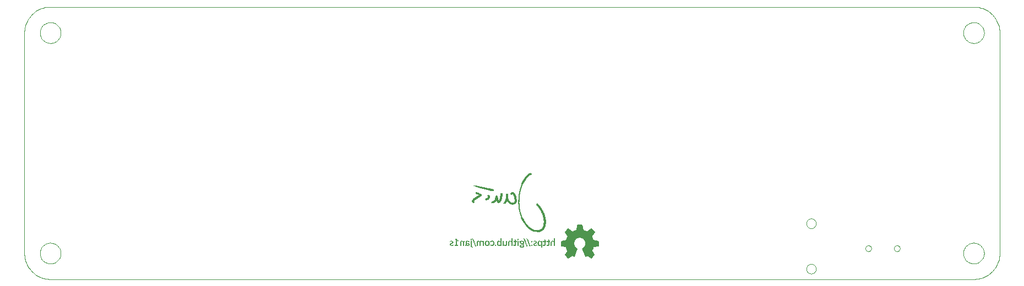
<source format=gbo>
G75*
G70*
%OFA0B0*%
%FSLAX24Y24*%
%IPPOS*%
%LPD*%
%AMOC8*
5,1,8,0,0,1.08239X$1,22.5*
%
%ADD10C,0.0000*%
%ADD11C,0.0060*%
%ADD12R,0.0003X0.0003*%
%ADD13R,0.0008X0.0003*%
%ADD14R,0.0005X0.0003*%
%ADD15R,0.0015X0.0003*%
%ADD16R,0.0020X0.0003*%
%ADD17R,0.0010X0.0003*%
%ADD18R,0.0018X0.0003*%
%ADD19R,0.0067X0.0003*%
%ADD20R,0.0013X0.0003*%
%ADD21R,0.0045X0.0003*%
%ADD22R,0.0077X0.0003*%
%ADD23R,0.0030X0.0003*%
%ADD24R,0.0032X0.0003*%
%ADD25R,0.0022X0.0003*%
%ADD26R,0.0127X0.0003*%
%ADD27R,0.0140X0.0003*%
%ADD28R,0.0025X0.0003*%
%ADD29R,0.0043X0.0003*%
%ADD30R,0.0053X0.0003*%
%ADD31R,0.0088X0.0003*%
%ADD32R,0.0035X0.0003*%
%ADD33R,0.0055X0.0003*%
%ADD34R,0.0040X0.0003*%
%ADD35R,0.0080X0.0003*%
%ADD36R,0.0065X0.0003*%
%ADD37R,0.0090X0.0003*%
%ADD38R,0.0143X0.0003*%
%ADD39R,0.0248X0.0003*%
%ADD40R,0.0293X0.0003*%
%ADD41R,0.0257X0.0003*%
%ADD42R,0.0037X0.0003*%
%ADD43R,0.0262X0.0003*%
%ADD44R,0.0027X0.0003*%
%ADD45R,0.0280X0.0003*%
%ADD46R,0.0070X0.0003*%
%ADD47R,0.0440X0.0003*%
%ADD48R,0.0315X0.0003*%
%ADD49R,0.0085X0.0003*%
%ADD50R,0.0330X0.0003*%
%ADD51R,0.0323X0.0003*%
%ADD52R,0.0107X0.0003*%
%ADD53R,0.0057X0.0003*%
%ADD54R,0.0490X0.0003*%
%ADD55R,0.0360X0.0003*%
%ADD56R,0.0512X0.0003*%
%ADD57R,0.0390X0.0003*%
%ADD58R,0.0565X0.0003*%
%ADD59R,0.0325X0.0003*%
%ADD60R,0.0168X0.0003*%
%ADD61R,0.0307X0.0003*%
%ADD62R,0.0152X0.0003*%
%ADD63R,0.0272X0.0003*%
%ADD64R,0.0132X0.0003*%
%ADD65R,0.0147X0.0003*%
%ADD66R,0.0243X0.0003*%
%ADD67R,0.0125X0.0003*%
%ADD68R,0.0240X0.0003*%
%ADD69R,0.0130X0.0003*%
%ADD70R,0.0225X0.0003*%
%ADD71R,0.0083X0.0003*%
%ADD72R,0.0222X0.0003*%
%ADD73R,0.0217X0.0003*%
%ADD74R,0.0120X0.0003*%
%ADD75R,0.0215X0.0003*%
%ADD76R,0.0118X0.0003*%
%ADD77R,0.0205X0.0003*%
%ADD78R,0.0103X0.0003*%
%ADD79R,0.0210X0.0003*%
%ADD80R,0.0097X0.0003*%
%ADD81R,0.0198X0.0003*%
%ADD82R,0.0100X0.0003*%
%ADD83R,0.0190X0.0003*%
%ADD84R,0.0187X0.0003*%
%ADD85R,0.0192X0.0003*%
%ADD86R,0.0170X0.0003*%
%ADD87R,0.0173X0.0003*%
%ADD88R,0.0182X0.0003*%
%ADD89R,0.0180X0.0003*%
%ADD90R,0.0047X0.0003*%
%ADD91R,0.0165X0.0003*%
%ADD92R,0.0163X0.0003*%
%ADD93R,0.0160X0.0003*%
%ADD94R,0.0158X0.0003*%
%ADD95R,0.0155X0.0003*%
%ADD96R,0.0092X0.0003*%
%ADD97R,0.0150X0.0003*%
%ADD98R,0.0105X0.0003*%
%ADD99R,0.0115X0.0003*%
%ADD100R,0.0145X0.0003*%
%ADD101R,0.0138X0.0003*%
%ADD102R,0.0135X0.0003*%
%ADD103R,0.0075X0.0003*%
%ADD104R,0.0063X0.0003*%
%ADD105R,0.0060X0.0003*%
%ADD106R,0.0050X0.0003*%
%ADD107R,0.0123X0.0003*%
%ADD108R,0.0112X0.0003*%
%ADD109R,0.0110X0.0003*%
%ADD110R,0.0073X0.0003*%
%ADD111R,0.0095X0.0003*%
%ADD112R,0.0185X0.0003*%
%ADD113R,0.0208X0.0003*%
%ADD114R,0.0235X0.0003*%
%ADD115R,0.0260X0.0003*%
%ADD116R,0.0267X0.0003*%
%ADD117R,0.0283X0.0003*%
%ADD118R,0.0295X0.0003*%
%ADD119R,0.0302X0.0003*%
%ADD120R,0.0320X0.0003*%
%ADD121R,0.0333X0.0003*%
%ADD122R,0.0338X0.0003*%
%ADD123R,0.0343X0.0003*%
%ADD124R,0.0350X0.0003*%
%ADD125R,0.0355X0.0003*%
%ADD126R,0.0365X0.0003*%
%ADD127R,0.0370X0.0003*%
%ADD128R,0.0375X0.0003*%
%ADD129R,0.0380X0.0003*%
%ADD130R,0.0382X0.0003*%
%ADD131R,0.0393X0.0003*%
%ADD132R,0.0398X0.0003*%
%ADD133R,0.0403X0.0003*%
%ADD134R,0.0405X0.0003*%
%ADD135R,0.0415X0.0003*%
%ADD136R,0.0177X0.0003*%
%ADD137R,0.0175X0.0003*%
%ADD138R,0.0195X0.0003*%
%ADD139R,0.0200X0.0003*%
%ADD140R,0.0203X0.0003*%
%ADD141R,0.0213X0.0003*%
%ADD142R,0.0220X0.0003*%
%ADD143R,0.0227X0.0003*%
%ADD144R,0.0230X0.0003*%
%ADD145R,0.0232X0.0003*%
%ADD146R,0.0238X0.0003*%
%ADD147R,0.0245X0.0003*%
%ADD148R,0.0250X0.0003*%
%ADD149R,0.0253X0.0003*%
%ADD150R,0.0255X0.0003*%
%ADD151R,0.0305X0.0003*%
%ADD152R,0.0318X0.0003*%
%ADD153R,0.0328X0.0003*%
%ADD154R,0.0335X0.0003*%
%ADD155R,0.0340X0.0003*%
%ADD156R,0.0352X0.0003*%
%ADD157R,0.0387X0.0003*%
%ADD158R,0.0410X0.0003*%
%ADD159R,0.0413X0.0003*%
%ADD160R,0.0430X0.0003*%
%ADD161R,0.0432X0.0003*%
%ADD162R,0.0428X0.0003*%
%ADD163R,0.0420X0.0003*%
%ADD164R,0.0435X0.0003*%
%ADD165R,0.0425X0.0003*%
%ADD166R,0.0423X0.0003*%
%ADD167R,0.0418X0.0003*%
%ADD168R,0.0372X0.0003*%
%ADD169R,0.0362X0.0003*%
%ADD170R,0.0348X0.0003*%
%ADD171R,0.0345X0.0003*%
%ADD172R,0.0310X0.0003*%
%ADD173R,0.0300X0.0003*%
%ADD174R,0.0297X0.0003*%
%ADD175R,0.0285X0.0003*%
%ADD176R,0.0278X0.0003*%
%ADD177R,0.0265X0.0003*%
%ADD178R,0.0050X0.0010*%
%ADD179R,0.0040X0.0010*%
%ADD180R,0.0130X0.0010*%
%ADD181R,0.0070X0.0010*%
%ADD182R,0.0180X0.0010*%
%ADD183R,0.0080X0.0010*%
%ADD184R,0.0210X0.0010*%
%ADD185R,0.0090X0.0010*%
%ADD186R,0.0060X0.0010*%
%ADD187R,0.0010X0.0010*%
%ADD188R,0.0030X0.0010*%
%ADD189R,0.0020X0.0010*%
%ADD190R,0.0220X0.0010*%
%ADD191R,0.0100X0.0010*%
%ADD192R,0.0110X0.0010*%
%ADD193R,0.0120X0.0010*%
%ADD194R,0.0140X0.0010*%
%ADD195R,0.0150X0.0010*%
%ADD196R,0.0200X0.0010*%
%ADD197R,0.0170X0.0010*%
%ADD198R,0.0190X0.0010*%
%ADD199R,0.0160X0.0010*%
D10*
X001725Y000937D02*
X057630Y000937D01*
X057000Y002512D02*
X057002Y002562D01*
X057008Y002612D01*
X057018Y002661D01*
X057032Y002709D01*
X057049Y002756D01*
X057070Y002801D01*
X057095Y002845D01*
X057123Y002886D01*
X057155Y002925D01*
X057189Y002962D01*
X057226Y002996D01*
X057266Y003026D01*
X057308Y003053D01*
X057352Y003077D01*
X057398Y003098D01*
X057445Y003114D01*
X057493Y003127D01*
X057543Y003136D01*
X057592Y003141D01*
X057643Y003142D01*
X057693Y003139D01*
X057742Y003132D01*
X057791Y003121D01*
X057839Y003106D01*
X057885Y003088D01*
X057930Y003066D01*
X057973Y003040D01*
X058014Y003011D01*
X058053Y002979D01*
X058089Y002944D01*
X058121Y002906D01*
X058151Y002866D01*
X058178Y002823D01*
X058201Y002779D01*
X058220Y002733D01*
X058236Y002685D01*
X058248Y002636D01*
X058256Y002587D01*
X058260Y002537D01*
X058260Y002487D01*
X058256Y002437D01*
X058248Y002388D01*
X058236Y002339D01*
X058220Y002291D01*
X058201Y002245D01*
X058178Y002201D01*
X058151Y002158D01*
X058121Y002118D01*
X058089Y002080D01*
X058053Y002045D01*
X058014Y002013D01*
X057973Y001984D01*
X057930Y001958D01*
X057885Y001936D01*
X057839Y001918D01*
X057791Y001903D01*
X057742Y001892D01*
X057693Y001885D01*
X057643Y001882D01*
X057592Y001883D01*
X057543Y001888D01*
X057493Y001897D01*
X057445Y001910D01*
X057398Y001926D01*
X057352Y001947D01*
X057308Y001971D01*
X057266Y001998D01*
X057226Y002028D01*
X057189Y002062D01*
X057155Y002099D01*
X057123Y002138D01*
X057095Y002179D01*
X057070Y002223D01*
X057049Y002268D01*
X057032Y002315D01*
X057018Y002363D01*
X057008Y002412D01*
X057002Y002462D01*
X057000Y002512D01*
X057630Y000937D02*
X057707Y000939D01*
X057784Y000945D01*
X057861Y000954D01*
X057937Y000967D01*
X058013Y000984D01*
X058087Y001005D01*
X058161Y001029D01*
X058233Y001057D01*
X058303Y001088D01*
X058372Y001123D01*
X058440Y001161D01*
X058505Y001202D01*
X058568Y001247D01*
X058629Y001295D01*
X058688Y001345D01*
X058744Y001398D01*
X058797Y001454D01*
X058847Y001513D01*
X058895Y001574D01*
X058940Y001637D01*
X058981Y001702D01*
X059019Y001770D01*
X059054Y001839D01*
X059085Y001909D01*
X059113Y001981D01*
X059137Y002055D01*
X059158Y002129D01*
X059175Y002205D01*
X059188Y002281D01*
X059197Y002358D01*
X059203Y002435D01*
X059205Y002512D01*
X059205Y015898D01*
X057000Y015898D02*
X057002Y015948D01*
X057008Y015998D01*
X057018Y016047D01*
X057032Y016095D01*
X057049Y016142D01*
X057070Y016187D01*
X057095Y016231D01*
X057123Y016272D01*
X057155Y016311D01*
X057189Y016348D01*
X057226Y016382D01*
X057266Y016412D01*
X057308Y016439D01*
X057352Y016463D01*
X057398Y016484D01*
X057445Y016500D01*
X057493Y016513D01*
X057543Y016522D01*
X057592Y016527D01*
X057643Y016528D01*
X057693Y016525D01*
X057742Y016518D01*
X057791Y016507D01*
X057839Y016492D01*
X057885Y016474D01*
X057930Y016452D01*
X057973Y016426D01*
X058014Y016397D01*
X058053Y016365D01*
X058089Y016330D01*
X058121Y016292D01*
X058151Y016252D01*
X058178Y016209D01*
X058201Y016165D01*
X058220Y016119D01*
X058236Y016071D01*
X058248Y016022D01*
X058256Y015973D01*
X058260Y015923D01*
X058260Y015873D01*
X058256Y015823D01*
X058248Y015774D01*
X058236Y015725D01*
X058220Y015677D01*
X058201Y015631D01*
X058178Y015587D01*
X058151Y015544D01*
X058121Y015504D01*
X058089Y015466D01*
X058053Y015431D01*
X058014Y015399D01*
X057973Y015370D01*
X057930Y015344D01*
X057885Y015322D01*
X057839Y015304D01*
X057791Y015289D01*
X057742Y015278D01*
X057693Y015271D01*
X057643Y015268D01*
X057592Y015269D01*
X057543Y015274D01*
X057493Y015283D01*
X057445Y015296D01*
X057398Y015312D01*
X057352Y015333D01*
X057308Y015357D01*
X057266Y015384D01*
X057226Y015414D01*
X057189Y015448D01*
X057155Y015485D01*
X057123Y015524D01*
X057095Y015565D01*
X057070Y015609D01*
X057049Y015654D01*
X057032Y015701D01*
X057018Y015749D01*
X057008Y015798D01*
X057002Y015848D01*
X057000Y015898D01*
X057630Y017473D02*
X057707Y017471D01*
X057784Y017465D01*
X057861Y017456D01*
X057937Y017443D01*
X058013Y017426D01*
X058087Y017405D01*
X058161Y017381D01*
X058233Y017353D01*
X058303Y017322D01*
X058372Y017287D01*
X058440Y017249D01*
X058505Y017208D01*
X058568Y017163D01*
X058629Y017115D01*
X058688Y017065D01*
X058744Y017012D01*
X058797Y016956D01*
X058847Y016897D01*
X058895Y016836D01*
X058940Y016773D01*
X058981Y016708D01*
X059019Y016640D01*
X059054Y016571D01*
X059085Y016501D01*
X059113Y016429D01*
X059137Y016355D01*
X059158Y016281D01*
X059175Y016205D01*
X059188Y016129D01*
X059197Y016052D01*
X059203Y015975D01*
X059205Y015898D01*
X057630Y017473D02*
X001725Y017473D01*
X001095Y015898D02*
X001097Y015948D01*
X001103Y015998D01*
X001113Y016047D01*
X001127Y016095D01*
X001144Y016142D01*
X001165Y016187D01*
X001190Y016231D01*
X001218Y016272D01*
X001250Y016311D01*
X001284Y016348D01*
X001321Y016382D01*
X001361Y016412D01*
X001403Y016439D01*
X001447Y016463D01*
X001493Y016484D01*
X001540Y016500D01*
X001588Y016513D01*
X001638Y016522D01*
X001687Y016527D01*
X001738Y016528D01*
X001788Y016525D01*
X001837Y016518D01*
X001886Y016507D01*
X001934Y016492D01*
X001980Y016474D01*
X002025Y016452D01*
X002068Y016426D01*
X002109Y016397D01*
X002148Y016365D01*
X002184Y016330D01*
X002216Y016292D01*
X002246Y016252D01*
X002273Y016209D01*
X002296Y016165D01*
X002315Y016119D01*
X002331Y016071D01*
X002343Y016022D01*
X002351Y015973D01*
X002355Y015923D01*
X002355Y015873D01*
X002351Y015823D01*
X002343Y015774D01*
X002331Y015725D01*
X002315Y015677D01*
X002296Y015631D01*
X002273Y015587D01*
X002246Y015544D01*
X002216Y015504D01*
X002184Y015466D01*
X002148Y015431D01*
X002109Y015399D01*
X002068Y015370D01*
X002025Y015344D01*
X001980Y015322D01*
X001934Y015304D01*
X001886Y015289D01*
X001837Y015278D01*
X001788Y015271D01*
X001738Y015268D01*
X001687Y015269D01*
X001638Y015274D01*
X001588Y015283D01*
X001540Y015296D01*
X001493Y015312D01*
X001447Y015333D01*
X001403Y015357D01*
X001361Y015384D01*
X001321Y015414D01*
X001284Y015448D01*
X001250Y015485D01*
X001218Y015524D01*
X001190Y015565D01*
X001165Y015609D01*
X001144Y015654D01*
X001127Y015701D01*
X001113Y015749D01*
X001103Y015798D01*
X001097Y015848D01*
X001095Y015898D01*
X000150Y015898D02*
X000152Y015975D01*
X000158Y016052D01*
X000167Y016129D01*
X000180Y016205D01*
X000197Y016281D01*
X000218Y016355D01*
X000242Y016429D01*
X000270Y016501D01*
X000301Y016571D01*
X000336Y016640D01*
X000374Y016708D01*
X000415Y016773D01*
X000460Y016836D01*
X000508Y016897D01*
X000558Y016956D01*
X000611Y017012D01*
X000667Y017065D01*
X000726Y017115D01*
X000787Y017163D01*
X000850Y017208D01*
X000915Y017249D01*
X000983Y017287D01*
X001052Y017322D01*
X001122Y017353D01*
X001194Y017381D01*
X001268Y017405D01*
X001342Y017426D01*
X001418Y017443D01*
X001494Y017456D01*
X001571Y017465D01*
X001648Y017471D01*
X001725Y017473D01*
X000150Y015898D02*
X000150Y002512D01*
X001095Y002512D02*
X001097Y002562D01*
X001103Y002612D01*
X001113Y002661D01*
X001127Y002709D01*
X001144Y002756D01*
X001165Y002801D01*
X001190Y002845D01*
X001218Y002886D01*
X001250Y002925D01*
X001284Y002962D01*
X001321Y002996D01*
X001361Y003026D01*
X001403Y003053D01*
X001447Y003077D01*
X001493Y003098D01*
X001540Y003114D01*
X001588Y003127D01*
X001638Y003136D01*
X001687Y003141D01*
X001738Y003142D01*
X001788Y003139D01*
X001837Y003132D01*
X001886Y003121D01*
X001934Y003106D01*
X001980Y003088D01*
X002025Y003066D01*
X002068Y003040D01*
X002109Y003011D01*
X002148Y002979D01*
X002184Y002944D01*
X002216Y002906D01*
X002246Y002866D01*
X002273Y002823D01*
X002296Y002779D01*
X002315Y002733D01*
X002331Y002685D01*
X002343Y002636D01*
X002351Y002587D01*
X002355Y002537D01*
X002355Y002487D01*
X002351Y002437D01*
X002343Y002388D01*
X002331Y002339D01*
X002315Y002291D01*
X002296Y002245D01*
X002273Y002201D01*
X002246Y002158D01*
X002216Y002118D01*
X002184Y002080D01*
X002148Y002045D01*
X002109Y002013D01*
X002068Y001984D01*
X002025Y001958D01*
X001980Y001936D01*
X001934Y001918D01*
X001886Y001903D01*
X001837Y001892D01*
X001788Y001885D01*
X001738Y001882D01*
X001687Y001883D01*
X001638Y001888D01*
X001588Y001897D01*
X001540Y001910D01*
X001493Y001926D01*
X001447Y001947D01*
X001403Y001971D01*
X001361Y001998D01*
X001321Y002028D01*
X001284Y002062D01*
X001250Y002099D01*
X001218Y002138D01*
X001190Y002179D01*
X001165Y002223D01*
X001144Y002268D01*
X001127Y002315D01*
X001113Y002363D01*
X001103Y002412D01*
X001097Y002462D01*
X001095Y002512D01*
X000150Y002512D02*
X000152Y002435D01*
X000158Y002358D01*
X000167Y002281D01*
X000180Y002205D01*
X000197Y002129D01*
X000218Y002055D01*
X000242Y001981D01*
X000270Y001909D01*
X000301Y001839D01*
X000336Y001770D01*
X000374Y001702D01*
X000415Y001637D01*
X000460Y001574D01*
X000508Y001513D01*
X000558Y001454D01*
X000611Y001398D01*
X000667Y001345D01*
X000726Y001295D01*
X000787Y001247D01*
X000850Y001202D01*
X000915Y001161D01*
X000983Y001123D01*
X001052Y001088D01*
X001122Y001057D01*
X001194Y001029D01*
X001268Y001005D01*
X001342Y000984D01*
X001418Y000967D01*
X001494Y000954D01*
X001571Y000945D01*
X001648Y000939D01*
X001725Y000937D01*
X047493Y001567D02*
X047495Y001601D01*
X047501Y001635D01*
X047511Y001668D01*
X047524Y001699D01*
X047542Y001729D01*
X047562Y001757D01*
X047586Y001782D01*
X047612Y001804D01*
X047640Y001822D01*
X047671Y001838D01*
X047703Y001850D01*
X047737Y001858D01*
X047771Y001862D01*
X047805Y001862D01*
X047839Y001858D01*
X047873Y001850D01*
X047905Y001838D01*
X047935Y001822D01*
X047964Y001804D01*
X047990Y001782D01*
X048014Y001757D01*
X048034Y001729D01*
X048052Y001699D01*
X048065Y001668D01*
X048075Y001635D01*
X048081Y001601D01*
X048083Y001567D01*
X048081Y001533D01*
X048075Y001499D01*
X048065Y001466D01*
X048052Y001435D01*
X048034Y001405D01*
X048014Y001377D01*
X047990Y001352D01*
X047964Y001330D01*
X047936Y001312D01*
X047905Y001296D01*
X047873Y001284D01*
X047839Y001276D01*
X047805Y001272D01*
X047771Y001272D01*
X047737Y001276D01*
X047703Y001284D01*
X047671Y001296D01*
X047640Y001312D01*
X047612Y001330D01*
X047586Y001352D01*
X047562Y001377D01*
X047542Y001405D01*
X047524Y001435D01*
X047511Y001466D01*
X047501Y001499D01*
X047495Y001533D01*
X047493Y001567D01*
X051075Y002807D02*
X051077Y002833D01*
X051083Y002859D01*
X051093Y002884D01*
X051106Y002907D01*
X051122Y002927D01*
X051142Y002945D01*
X051164Y002960D01*
X051187Y002972D01*
X051213Y002980D01*
X051239Y002984D01*
X051265Y002984D01*
X051291Y002980D01*
X051317Y002972D01*
X051341Y002960D01*
X051362Y002945D01*
X051382Y002927D01*
X051398Y002907D01*
X051411Y002884D01*
X051421Y002859D01*
X051427Y002833D01*
X051429Y002807D01*
X051427Y002781D01*
X051421Y002755D01*
X051411Y002730D01*
X051398Y002707D01*
X051382Y002687D01*
X051362Y002669D01*
X051340Y002654D01*
X051317Y002642D01*
X051291Y002634D01*
X051265Y002630D01*
X051239Y002630D01*
X051213Y002634D01*
X051187Y002642D01*
X051163Y002654D01*
X051142Y002669D01*
X051122Y002687D01*
X051106Y002707D01*
X051093Y002730D01*
X051083Y002755D01*
X051077Y002781D01*
X051075Y002807D01*
X052808Y002807D02*
X052810Y002833D01*
X052816Y002859D01*
X052826Y002884D01*
X052839Y002907D01*
X052855Y002927D01*
X052875Y002945D01*
X052897Y002960D01*
X052920Y002972D01*
X052946Y002980D01*
X052972Y002984D01*
X052998Y002984D01*
X053024Y002980D01*
X053050Y002972D01*
X053074Y002960D01*
X053095Y002945D01*
X053115Y002927D01*
X053131Y002907D01*
X053144Y002884D01*
X053154Y002859D01*
X053160Y002833D01*
X053162Y002807D01*
X053160Y002781D01*
X053154Y002755D01*
X053144Y002730D01*
X053131Y002707D01*
X053115Y002687D01*
X053095Y002669D01*
X053073Y002654D01*
X053050Y002642D01*
X053024Y002634D01*
X052998Y002630D01*
X052972Y002630D01*
X052946Y002634D01*
X052920Y002642D01*
X052896Y002654D01*
X052875Y002669D01*
X052855Y002687D01*
X052839Y002707D01*
X052826Y002730D01*
X052816Y002755D01*
X052810Y002781D01*
X052808Y002807D01*
X047493Y004323D02*
X047495Y004357D01*
X047501Y004391D01*
X047511Y004424D01*
X047524Y004455D01*
X047542Y004485D01*
X047562Y004513D01*
X047586Y004538D01*
X047612Y004560D01*
X047640Y004578D01*
X047671Y004594D01*
X047703Y004606D01*
X047737Y004614D01*
X047771Y004618D01*
X047805Y004618D01*
X047839Y004614D01*
X047873Y004606D01*
X047905Y004594D01*
X047935Y004578D01*
X047964Y004560D01*
X047990Y004538D01*
X048014Y004513D01*
X048034Y004485D01*
X048052Y004455D01*
X048065Y004424D01*
X048075Y004391D01*
X048081Y004357D01*
X048083Y004323D01*
X048081Y004289D01*
X048075Y004255D01*
X048065Y004222D01*
X048052Y004191D01*
X048034Y004161D01*
X048014Y004133D01*
X047990Y004108D01*
X047964Y004086D01*
X047936Y004068D01*
X047905Y004052D01*
X047873Y004040D01*
X047839Y004032D01*
X047805Y004028D01*
X047771Y004028D01*
X047737Y004032D01*
X047703Y004040D01*
X047671Y004052D01*
X047640Y004068D01*
X047612Y004086D01*
X047586Y004108D01*
X047562Y004133D01*
X047542Y004161D01*
X047524Y004191D01*
X047511Y004222D01*
X047501Y004255D01*
X047495Y004289D01*
X047493Y004323D01*
D11*
X034894Y003227D02*
X034894Y002967D01*
X034594Y002917D01*
X034573Y002926D02*
X034114Y002926D01*
X034094Y002868D02*
X034524Y002868D01*
X034544Y002917D02*
X034844Y003017D01*
X034844Y002967D01*
X034844Y003217D01*
X034544Y003267D01*
X034444Y003567D01*
X034644Y003767D01*
X034494Y003917D01*
X034194Y003767D01*
X033894Y003917D01*
X033944Y003917D01*
X033894Y004167D01*
X033644Y004167D01*
X033644Y003867D01*
X033344Y003767D01*
X033094Y003917D01*
X032944Y003817D01*
X033094Y003517D01*
X032994Y003267D01*
X032694Y003217D01*
X032694Y002967D01*
X032994Y002967D01*
X033094Y002617D01*
X032944Y002417D01*
X033094Y002267D01*
X033294Y002417D01*
X033394Y002367D01*
X033594Y002767D01*
X033394Y002967D01*
X033394Y003217D01*
X033544Y003467D01*
X033794Y003517D01*
X034094Y003417D01*
X034044Y003417D01*
X034194Y003167D01*
X034094Y002867D01*
X033994Y002767D01*
X034144Y002367D01*
X034244Y002417D01*
X034444Y002267D01*
X034594Y002417D01*
X034444Y002667D01*
X034544Y002917D01*
X034501Y002809D02*
X034037Y002809D01*
X034000Y002751D02*
X034478Y002751D01*
X034454Y002692D02*
X034022Y002692D01*
X034044Y002634D02*
X034464Y002634D01*
X034494Y002647D02*
X034654Y002407D01*
X034474Y002217D01*
X034234Y002387D01*
X034134Y002327D01*
X033934Y002777D01*
X034066Y002575D02*
X034499Y002575D01*
X034534Y002517D02*
X034088Y002517D01*
X034110Y002458D02*
X034569Y002458D01*
X034577Y002400D02*
X034267Y002400D01*
X034210Y002400D02*
X034132Y002400D01*
X034345Y002341D02*
X034519Y002341D01*
X034460Y002283D02*
X034423Y002283D01*
X033614Y002777D02*
X033424Y002327D01*
X033324Y002387D01*
X033084Y002217D01*
X032894Y002407D01*
X033064Y002647D01*
X033089Y002634D02*
X033528Y002634D01*
X033557Y002692D02*
X033073Y002692D01*
X033056Y002751D02*
X033586Y002751D01*
X033552Y002809D02*
X033039Y002809D01*
X033022Y002868D02*
X033493Y002868D01*
X033435Y002926D02*
X033006Y002926D01*
X032964Y002917D02*
X032664Y002967D01*
X032664Y003227D01*
X032964Y003287D01*
X032998Y003277D02*
X033430Y003277D01*
X033395Y003219D02*
X032706Y003219D01*
X032694Y003160D02*
X033394Y003160D01*
X033394Y003102D02*
X032694Y003102D01*
X032694Y003043D02*
X033394Y003043D01*
X033394Y002985D02*
X032694Y002985D01*
X032965Y003287D02*
X032980Y003339D01*
X032999Y003390D01*
X033021Y003440D01*
X033046Y003488D01*
X033075Y003535D01*
X033074Y003537D02*
X032894Y003797D01*
X033084Y003977D01*
X033344Y003797D01*
X033282Y003804D02*
X032951Y003804D01*
X032980Y003745D02*
X034623Y003745D01*
X034607Y003804D02*
X034268Y003804D01*
X034214Y003797D02*
X034474Y003977D01*
X034664Y003797D01*
X034484Y003537D01*
X034463Y003511D02*
X033811Y003511D01*
X033767Y003511D02*
X033092Y003511D01*
X033068Y003453D02*
X033536Y003453D01*
X033501Y003394D02*
X033045Y003394D01*
X033022Y003336D02*
X033465Y003336D01*
X033614Y002787D02*
X033581Y002805D01*
X033551Y002826D01*
X033522Y002850D01*
X033496Y002877D01*
X033474Y002906D01*
X033454Y002938D01*
X033437Y002971D01*
X033424Y003006D01*
X033415Y003042D01*
X033409Y003079D01*
X033407Y003116D01*
X033409Y003153D01*
X033414Y003190D01*
X033424Y003226D01*
X033436Y003261D01*
X033453Y003295D01*
X033472Y003326D01*
X033495Y003356D01*
X033521Y003383D01*
X033549Y003407D01*
X033580Y003428D01*
X033612Y003446D01*
X033646Y003461D01*
X033682Y003472D01*
X033718Y003480D01*
X033755Y003484D01*
X033793Y003484D01*
X033830Y003480D01*
X033866Y003472D01*
X033902Y003461D01*
X033936Y003446D01*
X033968Y003428D01*
X033999Y003407D01*
X034027Y003383D01*
X034053Y003356D01*
X034076Y003326D01*
X034095Y003295D01*
X034112Y003261D01*
X034124Y003226D01*
X034134Y003190D01*
X034139Y003153D01*
X034141Y003116D01*
X034139Y003079D01*
X034133Y003042D01*
X034124Y003006D01*
X034111Y002971D01*
X034094Y002938D01*
X034074Y002906D01*
X034052Y002877D01*
X034026Y002850D01*
X033997Y002826D01*
X033967Y002805D01*
X033934Y002787D01*
X034133Y002985D02*
X034748Y002985D01*
X034844Y003043D02*
X034153Y003043D01*
X034172Y003102D02*
X034844Y003102D01*
X034844Y003160D02*
X034192Y003160D01*
X034163Y003219D02*
X034832Y003219D01*
X034894Y003227D02*
X034594Y003287D01*
X034541Y003277D02*
X034128Y003277D01*
X034093Y003336D02*
X034521Y003336D01*
X034502Y003394D02*
X034058Y003394D01*
X033986Y003453D02*
X034482Y003453D01*
X034447Y003570D02*
X033068Y003570D01*
X033038Y003628D02*
X034506Y003628D01*
X034564Y003687D02*
X033009Y003687D01*
X033012Y003862D02*
X033185Y003862D01*
X033455Y003804D02*
X034120Y003804D01*
X034003Y003862D02*
X033631Y003862D01*
X033594Y003897D02*
X033644Y004217D01*
X033914Y004217D01*
X033964Y003897D01*
X033943Y003921D02*
X033644Y003921D01*
X033644Y003979D02*
X033932Y003979D01*
X033920Y004038D02*
X033644Y004038D01*
X033644Y004096D02*
X033908Y004096D01*
X033896Y004155D02*
X033644Y004155D01*
X034385Y003862D02*
X034549Y003862D01*
X034211Y003800D02*
X034166Y003825D01*
X034119Y003848D01*
X034071Y003867D01*
X034022Y003884D01*
X033972Y003897D01*
X034483Y003532D02*
X034510Y003485D01*
X034534Y003438D01*
X034555Y003389D01*
X034573Y003338D01*
X034587Y003287D01*
X034593Y002916D02*
X034580Y002860D01*
X034563Y002805D01*
X034542Y002752D01*
X034518Y002700D01*
X034490Y002650D01*
X033589Y003899D02*
X033537Y003885D01*
X033486Y003868D01*
X033436Y003848D01*
X033387Y003825D01*
X033340Y003798D01*
X032964Y002914D02*
X032974Y002867D01*
X032987Y002821D01*
X033002Y002776D01*
X033020Y002731D01*
X033041Y002688D01*
X033064Y002647D01*
X033063Y002575D02*
X033498Y002575D01*
X033469Y002517D02*
X033019Y002517D01*
X032975Y002458D02*
X033440Y002458D01*
X033411Y002400D02*
X033328Y002400D01*
X033271Y002400D02*
X032961Y002400D01*
X033020Y002341D02*
X033193Y002341D01*
X033115Y002283D02*
X033078Y002283D01*
D12*
X031460Y003846D03*
X031460Y003848D03*
X031453Y003848D03*
X031448Y003841D03*
X031440Y003836D03*
X031440Y003833D03*
X031418Y003831D03*
X031403Y003828D03*
X031405Y003821D03*
X031400Y003818D03*
X031395Y003816D03*
X031388Y003816D03*
X031383Y003816D03*
X031383Y003821D03*
X031375Y003811D03*
X031370Y003811D03*
X031363Y003808D03*
X031355Y003811D03*
X031350Y003811D03*
X031355Y003801D03*
X031340Y003803D03*
X031338Y003806D03*
X031335Y003803D03*
X031333Y003798D03*
X031328Y003801D03*
X031325Y003803D03*
X031320Y003801D03*
X031310Y003801D03*
X031308Y003803D03*
X031303Y003803D03*
X031303Y003796D03*
X031295Y003801D03*
X031288Y003803D03*
X031288Y003806D03*
X031290Y003808D03*
X031283Y003811D03*
X031278Y003803D03*
X031273Y003801D03*
X031265Y003806D03*
X031260Y003803D03*
X031260Y003811D03*
X031255Y003813D03*
X031253Y003818D03*
X031253Y003821D03*
X031258Y003821D03*
X031258Y003818D03*
X031248Y003816D03*
X031248Y003821D03*
X031238Y003811D03*
X031233Y003813D03*
X031230Y003816D03*
X031223Y003823D03*
X031218Y003821D03*
X031213Y003821D03*
X031210Y003823D03*
X031205Y003821D03*
X031198Y003813D03*
X031200Y003811D03*
X031200Y003808D03*
X031203Y003801D03*
X031193Y003813D03*
X031193Y003816D03*
X031188Y003823D03*
X031188Y003826D03*
X031183Y003821D03*
X031178Y003823D03*
X031175Y003818D03*
X031170Y003811D03*
X031163Y003811D03*
X031160Y003816D03*
X031160Y003823D03*
X031155Y003823D03*
X031148Y003823D03*
X031145Y003826D03*
X031150Y003831D03*
X031143Y003833D03*
X031143Y003836D03*
X031135Y003836D03*
X031130Y003831D03*
X031123Y003831D03*
X031128Y003838D03*
X031143Y003846D03*
X031143Y003848D03*
X031163Y003833D03*
X031168Y003833D03*
X031173Y003831D03*
X031165Y003823D03*
X031150Y003808D03*
X031140Y003813D03*
X031138Y003811D03*
X031135Y003813D03*
X031130Y003813D03*
X031130Y003816D03*
X031135Y003818D03*
X031115Y003826D03*
X031110Y003826D03*
X031105Y003823D03*
X031103Y003821D03*
X031100Y003831D03*
X031108Y003836D03*
X031093Y003843D03*
X031090Y003838D03*
X031085Y003838D03*
X031083Y003836D03*
X031078Y003833D03*
X031080Y003828D03*
X031080Y003826D03*
X031085Y003821D03*
X031078Y003816D03*
X031073Y003831D03*
X031065Y003831D03*
X031055Y003831D03*
X031055Y003836D03*
X031053Y003838D03*
X031045Y003841D03*
X031040Y003838D03*
X031040Y003831D03*
X031033Y003831D03*
X031025Y003826D03*
X031023Y003828D03*
X031020Y003833D03*
X031023Y003836D03*
X031018Y003838D03*
X031015Y003843D03*
X031010Y003843D03*
X031010Y003838D03*
X031010Y003836D03*
X031013Y003833D03*
X031015Y003831D03*
X031003Y003833D03*
X031000Y003836D03*
X030990Y003838D03*
X030988Y003841D03*
X030983Y003838D03*
X030970Y003841D03*
X030968Y003846D03*
X030970Y003853D03*
X030970Y003856D03*
X030968Y003858D03*
X030963Y003858D03*
X030965Y003853D03*
X030955Y003856D03*
X030955Y003858D03*
X030950Y003861D03*
X030948Y003863D03*
X030945Y003866D03*
X030943Y003868D03*
X030943Y003871D03*
X030940Y003873D03*
X030938Y003871D03*
X030933Y003871D03*
X030940Y003866D03*
X030953Y003871D03*
X030968Y003866D03*
X030978Y003861D03*
X030978Y003851D03*
X030998Y003848D03*
X031003Y003846D03*
X031023Y003846D03*
X031028Y003841D03*
X031048Y003828D03*
X031050Y003826D03*
X031065Y003841D03*
X031063Y003848D03*
X031098Y003811D03*
X031110Y003813D03*
X031115Y003883D03*
X031130Y003881D03*
X031138Y003878D03*
X031173Y003881D03*
X031185Y003881D03*
X031215Y003816D03*
X031220Y003811D03*
X031223Y003806D03*
X031235Y003801D03*
X031243Y003801D03*
X031243Y003798D03*
X031243Y003796D03*
X031250Y003796D03*
X031250Y003793D03*
X031250Y003791D03*
X031250Y003801D03*
X031250Y003806D03*
X031290Y003791D03*
X031330Y003806D03*
X031340Y003796D03*
X031348Y003836D03*
X031470Y003863D03*
X031473Y003861D03*
X031473Y003866D03*
X031498Y003863D03*
X030965Y003881D03*
X030945Y003888D03*
X030943Y003891D03*
X030923Y003883D03*
X030923Y003881D03*
X030920Y003886D03*
X030918Y003888D03*
X030915Y003886D03*
X030910Y003886D03*
X030903Y003893D03*
X030900Y003896D03*
X030908Y003898D03*
X030915Y003901D03*
X030910Y003906D03*
X030908Y003908D03*
X030903Y003908D03*
X030898Y003911D03*
X030895Y003913D03*
X030893Y003916D03*
X030893Y003918D03*
X030888Y003918D03*
X030888Y003913D03*
X030890Y003911D03*
X030890Y003908D03*
X030888Y003906D03*
X030885Y003908D03*
X030880Y003908D03*
X030875Y003911D03*
X030875Y003896D03*
X030885Y003891D03*
X030895Y003906D03*
X030898Y003921D03*
X030903Y003921D03*
X030908Y003921D03*
X030903Y003928D03*
X030910Y003931D03*
X030905Y003936D03*
X030893Y003938D03*
X030885Y003928D03*
X030885Y003926D03*
X030885Y003923D03*
X030875Y003931D03*
X030873Y003928D03*
X030868Y003928D03*
X030868Y003933D03*
X030863Y003933D03*
X030858Y003933D03*
X030853Y003926D03*
X030848Y003923D03*
X030850Y003921D03*
X030843Y003923D03*
X030843Y003926D03*
X030843Y003928D03*
X030838Y003921D03*
X030833Y003921D03*
X030833Y003918D03*
X030828Y003916D03*
X030828Y003923D03*
X030828Y003926D03*
X030835Y003933D03*
X030835Y003936D03*
X030825Y003943D03*
X030820Y003941D03*
X030823Y003936D03*
X030818Y003933D03*
X030810Y003936D03*
X030810Y003938D03*
X030805Y003941D03*
X030803Y003943D03*
X030803Y003948D03*
X030798Y003948D03*
X030793Y003948D03*
X030808Y003951D03*
X030810Y003948D03*
X030815Y003951D03*
X030823Y003951D03*
X030830Y003956D03*
X030838Y003958D03*
X030858Y003966D03*
X030865Y003966D03*
X030873Y003956D03*
X030878Y003968D03*
X030888Y003966D03*
X030898Y003956D03*
X030903Y003956D03*
X030913Y003951D03*
X030913Y003948D03*
X030918Y003948D03*
X030930Y003943D03*
X030933Y003941D03*
X030945Y003936D03*
X030923Y003873D03*
X030853Y003906D03*
X030848Y003936D03*
X030808Y003931D03*
X030778Y003963D03*
X030770Y003971D03*
X030758Y003971D03*
X030753Y003971D03*
X030755Y003966D03*
X030758Y003963D03*
X030768Y003958D03*
X030743Y003971D03*
X030738Y003983D03*
X030733Y003983D03*
X030723Y004001D03*
X030718Y003998D03*
X030713Y003998D03*
X030710Y004003D03*
X030708Y004008D03*
X030703Y004008D03*
X030703Y004013D03*
X030698Y004018D03*
X030700Y004021D03*
X030700Y004026D03*
X030705Y004026D03*
X030698Y004041D03*
X030685Y004036D03*
X030683Y004028D03*
X030683Y004026D03*
X030685Y004023D03*
X030673Y004033D03*
X030675Y004043D03*
X030680Y004046D03*
X030680Y004048D03*
X030678Y004051D03*
X030673Y004061D03*
X030668Y004061D03*
X030668Y004058D03*
X030665Y004053D03*
X030665Y004063D03*
X030660Y004063D03*
X030660Y004066D03*
X030655Y004066D03*
X030660Y004073D03*
X030663Y004076D03*
X030665Y004073D03*
X030665Y004071D03*
X030670Y004073D03*
X030673Y004083D03*
X030665Y004086D03*
X030660Y004088D03*
X030660Y004083D03*
X030658Y004081D03*
X030653Y004091D03*
X030648Y004093D03*
X030645Y004101D03*
X030653Y004108D03*
X030650Y004111D03*
X030650Y004113D03*
X030655Y004113D03*
X030660Y004118D03*
X030665Y004118D03*
X030668Y004121D03*
X030668Y004123D03*
X030670Y004118D03*
X030670Y004131D03*
X030665Y004131D03*
X030658Y004138D03*
X030650Y004131D03*
X030645Y004138D03*
X030638Y004141D03*
X030633Y004141D03*
X030630Y004138D03*
X030630Y004136D03*
X030630Y004133D03*
X030630Y004131D03*
X030635Y004133D03*
X030640Y004123D03*
X030640Y004116D03*
X030635Y004111D03*
X030628Y004111D03*
X030628Y004113D03*
X030628Y004116D03*
X030630Y004121D03*
X030620Y004111D03*
X030625Y004103D03*
X030630Y004103D03*
X030633Y004096D03*
X030630Y004091D03*
X030620Y004086D03*
X030610Y004118D03*
X030613Y004123D03*
X030618Y004128D03*
X030623Y004133D03*
X030610Y004133D03*
X030605Y004133D03*
X030603Y004131D03*
X030603Y004128D03*
X030595Y004131D03*
X030593Y004128D03*
X030593Y004141D03*
X030593Y004143D03*
X030588Y004143D03*
X030583Y004146D03*
X030575Y004141D03*
X030573Y004143D03*
X030568Y004153D03*
X030573Y004156D03*
X030575Y004158D03*
X030570Y004161D03*
X030570Y004163D03*
X030570Y004166D03*
X030568Y004173D03*
X030573Y004181D03*
X030573Y004188D03*
X030570Y004198D03*
X030553Y004196D03*
X030543Y004196D03*
X030543Y004198D03*
X030538Y004198D03*
X030540Y004193D03*
X030543Y004191D03*
X030543Y004186D03*
X030540Y004183D03*
X030533Y004183D03*
X030530Y004191D03*
X030530Y004193D03*
X030533Y004196D03*
X030538Y004206D03*
X030543Y004206D03*
X030543Y004216D03*
X030535Y004213D03*
X030530Y004213D03*
X030530Y004211D03*
X030533Y004218D03*
X030533Y004228D03*
X030533Y004231D03*
X030533Y004236D03*
X030528Y004233D03*
X030528Y004231D03*
X030520Y004231D03*
X030520Y004226D03*
X030520Y004221D03*
X030513Y004228D03*
X030510Y004231D03*
X030505Y004226D03*
X030513Y004238D03*
X030515Y004241D03*
X030515Y004243D03*
X030513Y004246D03*
X030510Y004243D03*
X030503Y004243D03*
X030498Y004246D03*
X030503Y004253D03*
X030510Y004256D03*
X030513Y004251D03*
X030520Y004256D03*
X030523Y004251D03*
X030523Y004246D03*
X030535Y004266D03*
X030540Y004266D03*
X030523Y004278D03*
X030518Y004288D03*
X030518Y004291D03*
X030513Y004291D03*
X030508Y004293D03*
X030505Y004296D03*
X030500Y004303D03*
X030498Y004306D03*
X030490Y004303D03*
X030485Y004303D03*
X030483Y004308D03*
X030478Y004303D03*
X030478Y004298D03*
X030473Y004306D03*
X030465Y004303D03*
X030458Y004313D03*
X030453Y004311D03*
X030463Y004316D03*
X030468Y004318D03*
X030470Y004323D03*
X030460Y004323D03*
X030465Y004333D03*
X030460Y004338D03*
X030468Y004343D03*
X030473Y004341D03*
X030478Y004341D03*
X030483Y004341D03*
X030475Y004336D03*
X030480Y004321D03*
X030485Y004323D03*
X030490Y004323D03*
X030490Y004318D03*
X030498Y004328D03*
X030505Y004336D03*
X030498Y004341D03*
X030490Y004351D03*
X030488Y004358D03*
X030480Y004363D03*
X030480Y004366D03*
X030475Y004366D03*
X030475Y004356D03*
X030463Y004358D03*
X030458Y004358D03*
X030458Y004356D03*
X030460Y004351D03*
X030450Y004346D03*
X030448Y004341D03*
X030445Y004338D03*
X030448Y004336D03*
X030445Y004333D03*
X030438Y004326D03*
X030430Y004348D03*
X030428Y004351D03*
X030423Y004348D03*
X030435Y004353D03*
X030440Y004353D03*
X030445Y004353D03*
X030445Y004351D03*
X030440Y004361D03*
X030438Y004366D03*
X030433Y004366D03*
X030443Y004368D03*
X030440Y004381D03*
X030448Y004383D03*
X030465Y004381D03*
X030470Y004381D03*
X030475Y004378D03*
X030465Y004391D03*
X030455Y004401D03*
X030453Y004408D03*
X030425Y004391D03*
X030425Y004388D03*
X030420Y004388D03*
X030415Y004388D03*
X030415Y004383D03*
X030408Y004386D03*
X030405Y004383D03*
X030400Y004383D03*
X030398Y004388D03*
X030395Y004393D03*
X030398Y004396D03*
X030400Y004401D03*
X030398Y004403D03*
X030398Y004406D03*
X030403Y004406D03*
X030405Y004403D03*
X030410Y004403D03*
X030405Y004411D03*
X030393Y004403D03*
X030383Y004403D03*
X030383Y004406D03*
X030380Y004408D03*
X030378Y004406D03*
X030373Y004406D03*
X030368Y004408D03*
X030375Y004418D03*
X030380Y004418D03*
X030380Y004421D03*
X030378Y004423D03*
X030383Y004423D03*
X030380Y004413D03*
X030383Y004411D03*
X030373Y004426D03*
X030365Y004423D03*
X030358Y004433D03*
X030360Y004441D03*
X030358Y004443D03*
X030355Y004448D03*
X030358Y004451D03*
X030355Y004453D03*
X030348Y004453D03*
X030348Y004451D03*
X030348Y004458D03*
X030353Y004466D03*
X030353Y004471D03*
X030348Y004471D03*
X030343Y004471D03*
X030340Y004478D03*
X030345Y004486D03*
X030340Y004488D03*
X030338Y004491D03*
X030335Y004496D03*
X030330Y004501D03*
X030333Y004503D03*
X030333Y004511D03*
X030330Y004513D03*
X030338Y004513D03*
X030338Y004511D03*
X030350Y004513D03*
X030353Y004506D03*
X030345Y004493D03*
X030355Y004481D03*
X030328Y004488D03*
X030325Y004493D03*
X030318Y004498D03*
X030320Y004501D03*
X030318Y004503D03*
X030315Y004506D03*
X030320Y004508D03*
X030323Y004506D03*
X030320Y004516D03*
X030315Y004521D03*
X030313Y004518D03*
X030313Y004516D03*
X030300Y004536D03*
X030300Y004538D03*
X030298Y004543D03*
X030300Y004551D03*
X030298Y004553D03*
X030293Y004553D03*
X030293Y004561D03*
X030298Y004563D03*
X030288Y004566D03*
X030283Y004568D03*
X030283Y004571D03*
X030283Y004578D03*
X030275Y004581D03*
X030275Y004586D03*
X030270Y004586D03*
X030278Y004593D03*
X030260Y004601D03*
X030260Y004603D03*
X030263Y004606D03*
X030263Y004608D03*
X030255Y004631D03*
X030248Y004631D03*
X030248Y004633D03*
X030245Y004636D03*
X030243Y004641D03*
X030238Y004651D03*
X030335Y004626D03*
X030355Y004576D03*
X030338Y004568D03*
X030320Y004541D03*
X030330Y004533D03*
X030335Y004533D03*
X030360Y004538D03*
X030305Y004548D03*
X030285Y004558D03*
X030363Y004451D03*
X030365Y004443D03*
X030370Y004441D03*
X030375Y004441D03*
X030368Y004436D03*
X030393Y004378D03*
X030408Y004378D03*
X030408Y004376D03*
X030413Y004366D03*
X030420Y004371D03*
X030405Y004361D03*
X030405Y004358D03*
X030403Y004353D03*
X030415Y004393D03*
X030405Y004491D03*
X030493Y004298D03*
X030493Y004293D03*
X030488Y004293D03*
X030488Y004283D03*
X030483Y004276D03*
X030490Y004266D03*
X030485Y004261D03*
X030500Y004276D03*
X030498Y004281D03*
X030498Y004286D03*
X030508Y004271D03*
X030533Y004293D03*
X030523Y004303D03*
X030470Y004281D03*
X030575Y004238D03*
X030548Y004183D03*
X030550Y004176D03*
X030555Y004178D03*
X030543Y004173D03*
X030565Y004158D03*
X030580Y004168D03*
X030583Y004163D03*
X030588Y004163D03*
X030588Y004161D03*
X030593Y004163D03*
X030593Y004158D03*
X030603Y004156D03*
X030605Y004146D03*
X030605Y004141D03*
X030600Y004141D03*
X030610Y004141D03*
X030610Y004138D03*
X030623Y004156D03*
X030620Y004173D03*
X030645Y004148D03*
X030650Y004148D03*
X030650Y004146D03*
X030650Y004153D03*
X030665Y004101D03*
X030660Y004096D03*
X030673Y004101D03*
X030695Y004106D03*
X030693Y004063D03*
X030688Y004063D03*
X030683Y004063D03*
X030690Y004058D03*
X030728Y004008D03*
X030845Y003981D03*
X029810Y005478D03*
X029720Y005468D03*
X029240Y005516D03*
X028270Y006031D03*
X028133Y005728D03*
X027555Y006188D03*
X028473Y006276D03*
X027903Y006423D03*
X027833Y006441D03*
X027690Y006553D03*
X027518Y006588D03*
X027458Y006596D03*
X027390Y006596D03*
X029055Y006131D03*
X029080Y006121D03*
X029330Y006103D03*
X029670Y006198D03*
D13*
X029330Y006101D03*
X028118Y005728D03*
X029703Y005551D03*
X031195Y005508D03*
X031198Y005501D03*
X031203Y005493D03*
X031203Y005491D03*
X031203Y005488D03*
X030380Y004533D03*
X030340Y004528D03*
X030330Y004541D03*
X030323Y004538D03*
X030318Y004531D03*
X030313Y004538D03*
X030313Y004541D03*
X030305Y004543D03*
X030305Y004546D03*
X030298Y004568D03*
X030290Y004571D03*
X030290Y004573D03*
X030323Y004521D03*
X030323Y004513D03*
X030323Y004511D03*
X030340Y004508D03*
X030345Y004506D03*
X030348Y004478D03*
X030345Y004473D03*
X030353Y004461D03*
X030355Y004458D03*
X030365Y004453D03*
X030390Y004423D03*
X030388Y004408D03*
X030418Y004391D03*
X030425Y004386D03*
X030430Y004383D03*
X030428Y004378D03*
X030428Y004376D03*
X030433Y004371D03*
X030433Y004361D03*
X030443Y004363D03*
X030440Y004383D03*
X030430Y004401D03*
X030460Y004343D03*
X030468Y004338D03*
X030475Y004343D03*
X030480Y004338D03*
X030493Y004338D03*
X030495Y004333D03*
X030498Y004336D03*
X030490Y004328D03*
X030493Y004308D03*
X030485Y004298D03*
X030488Y004296D03*
X030505Y004306D03*
X030510Y004303D03*
X030513Y004298D03*
X030513Y004296D03*
X030515Y004293D03*
X030523Y004296D03*
X030525Y004293D03*
X030525Y004291D03*
X030530Y004276D03*
X030538Y004281D03*
X030540Y004278D03*
X030513Y004268D03*
X030510Y004266D03*
X030538Y004233D03*
X030535Y004223D03*
X030555Y004193D03*
X030555Y004191D03*
X030555Y004183D03*
X030563Y004198D03*
X030580Y004188D03*
X030613Y004173D03*
X030615Y004166D03*
X030628Y004171D03*
X030638Y004148D03*
X030638Y004138D03*
X030638Y004136D03*
X030643Y004126D03*
X030658Y004131D03*
X030660Y004136D03*
X030623Y004138D03*
X030620Y004131D03*
X030608Y004143D03*
X030605Y004151D03*
X030595Y004151D03*
X030593Y004146D03*
X030600Y004138D03*
X030673Y004098D03*
X030680Y004096D03*
X030680Y004091D03*
X030683Y004083D03*
X030688Y004088D03*
X030693Y004096D03*
X030675Y004071D03*
X030665Y004081D03*
X030683Y004056D03*
X030680Y004053D03*
X030705Y004031D03*
X030718Y004003D03*
X030723Y003991D03*
X030765Y003961D03*
X030778Y003958D03*
X030783Y003951D03*
X030810Y003946D03*
X030810Y003943D03*
X030818Y003938D03*
X030820Y003953D03*
X030853Y003941D03*
X030875Y003938D03*
X030875Y003933D03*
X030885Y003933D03*
X030885Y003938D03*
X030890Y003946D03*
X030900Y003938D03*
X030903Y003951D03*
X030885Y003963D03*
X030850Y003986D03*
X030880Y003916D03*
X030910Y003913D03*
X030915Y003921D03*
X030908Y003903D03*
X030918Y003893D03*
X030938Y003876D03*
X030950Y003873D03*
X030965Y003871D03*
X030965Y003863D03*
X030978Y003858D03*
X030990Y003848D03*
X030988Y003843D03*
X030998Y003843D03*
X030995Y003853D03*
X031010Y003858D03*
X031033Y003838D03*
X031038Y003841D03*
X031053Y003851D03*
X031075Y003851D03*
X031098Y003838D03*
X031110Y003833D03*
X031110Y003831D03*
X031110Y003828D03*
X031120Y003838D03*
X031135Y003846D03*
X031143Y003841D03*
X031143Y003853D03*
X031155Y003841D03*
X031158Y003826D03*
X031140Y003828D03*
X031180Y003836D03*
X031203Y003823D03*
X031210Y003811D03*
X031223Y003816D03*
X031225Y003818D03*
X031228Y003826D03*
X031218Y003826D03*
X031255Y003816D03*
X031263Y003813D03*
X031260Y003808D03*
X031270Y003803D03*
X031273Y003816D03*
X031258Y003836D03*
X031295Y003803D03*
X031303Y003793D03*
X031315Y003803D03*
X031363Y003803D03*
X031365Y003806D03*
X031363Y003811D03*
X031368Y003816D03*
X031428Y003828D03*
X031428Y003831D03*
X031440Y003831D03*
X031138Y003881D03*
X030505Y004313D03*
D14*
X030507Y004316D03*
X030507Y004323D03*
X030502Y004326D03*
X030497Y004331D03*
X030492Y004341D03*
X030494Y004348D03*
X030479Y004361D03*
X030474Y004363D03*
X030477Y004371D03*
X030467Y004383D03*
X030449Y004368D03*
X030447Y004366D03*
X030442Y004371D03*
X030439Y004373D03*
X030437Y004378D03*
X030432Y004388D03*
X030424Y004396D03*
X030414Y004396D03*
X030407Y004391D03*
X030404Y004393D03*
X030404Y004396D03*
X030397Y004398D03*
X030394Y004401D03*
X030389Y004406D03*
X030394Y004411D03*
X030387Y004418D03*
X030374Y004428D03*
X030369Y004431D03*
X030367Y004446D03*
X030357Y004446D03*
X030362Y004463D03*
X030364Y004466D03*
X030359Y004473D03*
X030349Y004483D03*
X030347Y004481D03*
X030339Y004493D03*
X030344Y004511D03*
X030324Y004518D03*
X030319Y004528D03*
X030304Y004541D03*
X030304Y004553D03*
X030302Y004558D03*
X030289Y004556D03*
X030289Y004568D03*
X030287Y004576D03*
X030282Y004573D03*
X030279Y004576D03*
X030277Y004583D03*
X030272Y004593D03*
X030267Y004603D03*
X030257Y004616D03*
X030287Y004598D03*
X030232Y004668D03*
X030369Y004556D03*
X030369Y004541D03*
X030352Y004536D03*
X030399Y004501D03*
X030332Y004476D03*
X030404Y004408D03*
X030422Y004383D03*
X030419Y004376D03*
X030419Y004373D03*
X030439Y004356D03*
X030449Y004356D03*
X030462Y004353D03*
X030467Y004341D03*
X030452Y004343D03*
X030479Y004323D03*
X030484Y004318D03*
X030487Y004321D03*
X030492Y004313D03*
X030492Y004306D03*
X030499Y004298D03*
X030507Y004301D03*
X030514Y004313D03*
X030499Y004288D03*
X030507Y004283D03*
X030522Y004276D03*
X030529Y004273D03*
X030532Y004278D03*
X030532Y004286D03*
X030527Y004266D03*
X030519Y004266D03*
X030512Y004253D03*
X030504Y004256D03*
X030499Y004251D03*
X030504Y004263D03*
X030484Y004268D03*
X030512Y004236D03*
X030534Y004238D03*
X030537Y004216D03*
X030542Y004211D03*
X030544Y004203D03*
X030554Y004198D03*
X030564Y004191D03*
X030567Y004186D03*
X030567Y004183D03*
X030564Y004181D03*
X030564Y004178D03*
X030564Y004176D03*
X030557Y004176D03*
X030562Y004168D03*
X030572Y004168D03*
X030577Y004166D03*
X030587Y004168D03*
X030587Y004158D03*
X030587Y004153D03*
X030584Y004151D03*
X030584Y004138D03*
X030592Y004136D03*
X030602Y004136D03*
X030612Y004128D03*
X030627Y004118D03*
X030637Y004118D03*
X030634Y004126D03*
X030637Y004131D03*
X030642Y004128D03*
X030652Y004128D03*
X030652Y004136D03*
X030652Y004138D03*
X030657Y004141D03*
X030657Y004146D03*
X030662Y004133D03*
X030674Y004123D03*
X030674Y004121D03*
X030677Y004118D03*
X030689Y004108D03*
X030689Y004091D03*
X030679Y004088D03*
X030672Y004088D03*
X030672Y004086D03*
X030672Y004091D03*
X030669Y004093D03*
X030672Y004096D03*
X030662Y004098D03*
X030657Y004101D03*
X030662Y004106D03*
X030652Y004106D03*
X030647Y004116D03*
X030637Y004108D03*
X030637Y004106D03*
X030629Y004108D03*
X030652Y004086D03*
X030662Y004091D03*
X030667Y004083D03*
X030664Y004078D03*
X030674Y004063D03*
X030679Y004066D03*
X030674Y004056D03*
X030689Y004053D03*
X030684Y004043D03*
X030689Y004041D03*
X030697Y004031D03*
X030707Y004021D03*
X030709Y004023D03*
X030714Y004018D03*
X030712Y004013D03*
X030724Y003993D03*
X030732Y003993D03*
X030744Y003983D03*
X030749Y003976D03*
X030764Y003971D03*
X030764Y003963D03*
X030772Y003963D03*
X030787Y003943D03*
X030812Y003953D03*
X030819Y003948D03*
X030824Y003956D03*
X030829Y003951D03*
X030832Y003953D03*
X030839Y003956D03*
X030842Y003946D03*
X030839Y003943D03*
X030839Y003941D03*
X030842Y003936D03*
X030842Y003933D03*
X030839Y003931D03*
X030849Y003933D03*
X030854Y003951D03*
X030874Y003941D03*
X030884Y003931D03*
X030879Y003923D03*
X030869Y003918D03*
X030867Y003923D03*
X030882Y003911D03*
X030892Y003923D03*
X030894Y003933D03*
X030899Y003946D03*
X030922Y003943D03*
X030917Y003931D03*
X030902Y003913D03*
X030917Y003896D03*
X030917Y003891D03*
X030929Y003886D03*
X030939Y003886D03*
X030952Y003888D03*
X030949Y003876D03*
X030949Y003868D03*
X030959Y003861D03*
X030962Y003848D03*
X030977Y003848D03*
X030982Y003846D03*
X030989Y003846D03*
X030997Y003846D03*
X030997Y003841D03*
X030987Y003853D03*
X030984Y003861D03*
X030992Y003861D03*
X030977Y003856D03*
X030974Y003866D03*
X030934Y003868D03*
X030929Y003866D03*
X030929Y003873D03*
X030927Y003876D03*
X031017Y003841D03*
X031022Y003843D03*
X031024Y003838D03*
X031032Y003833D03*
X031039Y003833D03*
X031042Y003836D03*
X031047Y003838D03*
X031047Y003831D03*
X031042Y003828D03*
X031059Y003833D03*
X031059Y003838D03*
X031064Y003836D03*
X031069Y003838D03*
X031072Y003841D03*
X031077Y003838D03*
X031077Y003836D03*
X031082Y003831D03*
X031087Y003833D03*
X031089Y003826D03*
X031074Y003828D03*
X031069Y003833D03*
X031062Y003851D03*
X031044Y003858D03*
X031089Y003846D03*
X031112Y003838D03*
X031129Y003826D03*
X031147Y003818D03*
X031162Y003818D03*
X031162Y003821D03*
X031167Y003826D03*
X031167Y003831D03*
X031172Y003836D03*
X031179Y003831D03*
X031177Y003826D03*
X031187Y003831D03*
X031182Y003838D03*
X031199Y003821D03*
X031197Y003818D03*
X031204Y003818D03*
X031217Y003823D03*
X031229Y003821D03*
X031242Y003816D03*
X031244Y003813D03*
X031244Y003811D03*
X031242Y003803D03*
X031249Y003823D03*
X031264Y003818D03*
X031264Y003816D03*
X031269Y003811D03*
X031269Y003808D03*
X031277Y003806D03*
X031277Y003811D03*
X031314Y003806D03*
X031322Y003806D03*
X031332Y003816D03*
X031339Y003808D03*
X031344Y003806D03*
X031352Y003803D03*
X031354Y003808D03*
X031357Y003816D03*
X031377Y003816D03*
X031377Y003813D03*
X031389Y003821D03*
X031392Y003826D03*
X031399Y003823D03*
X031407Y003823D03*
X031412Y003826D03*
X031409Y003828D03*
X031417Y003828D03*
X031429Y003833D03*
X031434Y003836D03*
X031452Y003851D03*
X031467Y003848D03*
X031532Y003888D03*
X031384Y003826D03*
X031337Y003801D03*
X031217Y003806D03*
X030832Y003943D03*
X030822Y003963D03*
X030707Y004093D03*
X030702Y004096D03*
X030639Y004163D03*
X030622Y004143D03*
X030614Y004146D03*
X030607Y004166D03*
X030579Y004181D03*
X030574Y004183D03*
X030574Y004186D03*
X030582Y004186D03*
X030577Y004196D03*
X030532Y004206D03*
X030524Y004213D03*
X030524Y004216D03*
X031202Y005496D03*
X031199Y005498D03*
X029242Y005518D03*
X029207Y005508D03*
X028849Y005568D03*
X028812Y005583D03*
X028102Y005728D03*
X028229Y006033D03*
X028742Y005998D03*
X028389Y006298D03*
X028484Y006386D03*
X028277Y006426D03*
X027637Y006566D03*
X027432Y006598D03*
X027509Y006188D03*
X027527Y006191D03*
X027537Y006098D03*
X029702Y006201D03*
D15*
X028744Y005996D03*
X031164Y005468D03*
X031179Y005448D03*
X031182Y005446D03*
X031184Y005441D03*
X031184Y005438D03*
X031189Y005436D03*
X030274Y004598D03*
X030304Y004571D03*
X030314Y004558D03*
X030314Y004533D03*
X030334Y004531D03*
X030344Y004523D03*
X030337Y004518D03*
X030394Y004421D03*
X030444Y004401D03*
X030452Y004381D03*
X030464Y004378D03*
X030519Y004301D03*
X030547Y004213D03*
X030599Y004173D03*
X030599Y004153D03*
X030649Y004118D03*
X030657Y004126D03*
X030682Y004093D03*
X030684Y004078D03*
X030684Y004073D03*
X030769Y003966D03*
X030782Y003968D03*
X030827Y003958D03*
X030849Y003958D03*
X030862Y003936D03*
X030904Y003941D03*
X030912Y003946D03*
X030922Y003941D03*
X030932Y003936D03*
X030932Y003891D03*
X031057Y003846D03*
X031077Y003846D03*
X031159Y003843D03*
X031159Y003836D03*
X031209Y003813D03*
X031212Y003808D03*
X031242Y003818D03*
X031297Y003811D03*
X031299Y003806D03*
X031344Y003816D03*
X031369Y003818D03*
X031462Y003858D03*
X031562Y003921D03*
D16*
X031487Y003861D03*
X031484Y003863D03*
X031367Y003821D03*
X031317Y003811D03*
X031317Y003808D03*
X031172Y003841D03*
X031164Y003828D03*
X031159Y003853D03*
X031037Y003846D03*
X030994Y003858D03*
X030969Y003873D03*
X030917Y003938D03*
X030899Y003948D03*
X030809Y003956D03*
X030704Y004088D03*
X030704Y004091D03*
X030692Y004101D03*
X030654Y004123D03*
X030622Y004148D03*
X030617Y004181D03*
X030609Y004186D03*
X030594Y004181D03*
X030559Y004203D03*
X030522Y004281D03*
X030477Y004351D03*
X030462Y004366D03*
X030459Y004363D03*
X030462Y004371D03*
X030439Y004411D03*
X030384Y004431D03*
X030347Y004538D03*
X030362Y004553D03*
X030352Y004568D03*
X030322Y004546D03*
X031207Y005418D03*
X031209Y005416D03*
X031202Y005426D03*
X031169Y005461D03*
D17*
X029359Y006106D03*
X028867Y005568D03*
X030292Y004578D03*
X030302Y004573D03*
X030329Y004528D03*
X030332Y004516D03*
X030347Y004516D03*
X030359Y004518D03*
X030372Y004538D03*
X030377Y004536D03*
X030342Y004536D03*
X030364Y004461D03*
X030364Y004456D03*
X030377Y004456D03*
X030432Y004438D03*
X030422Y004403D03*
X030414Y004401D03*
X030429Y004373D03*
X030439Y004376D03*
X030447Y004378D03*
X030457Y004383D03*
X030467Y004356D03*
X030472Y004346D03*
X030467Y004336D03*
X030457Y004341D03*
X030459Y004346D03*
X030484Y004356D03*
X030487Y004336D03*
X030484Y004331D03*
X030494Y004316D03*
X030507Y004318D03*
X030517Y004306D03*
X030509Y004288D03*
X030517Y004283D03*
X030514Y004278D03*
X030512Y004276D03*
X030529Y004283D03*
X030532Y004288D03*
X030542Y004276D03*
X030542Y004271D03*
X030549Y004266D03*
X030549Y004188D03*
X030562Y004188D03*
X030577Y004171D03*
X030584Y004173D03*
X030592Y004186D03*
X030592Y004188D03*
X030629Y004173D03*
X030624Y004141D03*
X030647Y004141D03*
X030657Y004116D03*
X030672Y004126D03*
X030697Y004093D03*
X030682Y004086D03*
X030682Y004061D03*
X030682Y004058D03*
X030699Y004023D03*
X030767Y003968D03*
X030799Y003966D03*
X030799Y003946D03*
X030799Y003938D03*
X030834Y003948D03*
X030839Y003951D03*
X030864Y003941D03*
X030872Y003971D03*
X030894Y003928D03*
X030934Y003938D03*
X030954Y003886D03*
X030974Y003868D03*
X030969Y003861D03*
X031002Y003861D03*
X031012Y003848D03*
X031014Y003846D03*
X031007Y003841D03*
X031002Y003838D03*
X031032Y003836D03*
X031057Y003841D03*
X031122Y003833D03*
X031124Y003836D03*
X031134Y003833D03*
X031144Y003843D03*
X031152Y003848D03*
X031159Y003838D03*
X031164Y003848D03*
X031172Y003838D03*
X031177Y003833D03*
X031177Y003851D03*
X031152Y003821D03*
X031204Y003816D03*
X031239Y003821D03*
X031274Y003818D03*
X031299Y003808D03*
X031364Y003813D03*
X031402Y003826D03*
X031409Y003831D03*
X031469Y003851D03*
X031564Y003923D03*
D18*
X031480Y003858D03*
X031470Y003853D03*
X031415Y003833D03*
X031338Y003841D03*
X031338Y003811D03*
X031235Y003823D03*
X031130Y003848D03*
X031078Y003848D03*
X031078Y003843D03*
X031020Y003856D03*
X030933Y003888D03*
X030898Y003931D03*
X030885Y003956D03*
X030858Y003943D03*
X030860Y003938D03*
X030845Y003953D03*
X030693Y004048D03*
X030653Y004103D03*
X030648Y004133D03*
X030633Y004161D03*
X030630Y004166D03*
X030593Y004166D03*
X030590Y004148D03*
X030570Y004201D03*
X030550Y004201D03*
X030555Y004251D03*
X030535Y004251D03*
X030533Y004256D03*
X030525Y004271D03*
X030510Y004308D03*
X030480Y004333D03*
X030490Y004343D03*
X030488Y004346D03*
X030475Y004358D03*
X030410Y004398D03*
X030418Y004411D03*
X030313Y004536D03*
X030273Y004601D03*
X031195Y005428D03*
X031183Y005443D03*
X031178Y005451D03*
X031178Y005453D03*
X031178Y005456D03*
X031168Y005463D03*
X031168Y005466D03*
X029633Y006066D03*
X027530Y006188D03*
X027488Y006591D03*
X027395Y006598D03*
D19*
X029360Y006096D03*
X029635Y006083D03*
X029213Y005521D03*
X030338Y004551D03*
X030788Y003976D03*
X031220Y003838D03*
X031323Y003813D03*
X030785Y007343D03*
D20*
X029630Y006063D03*
X029210Y005511D03*
X031175Y005458D03*
X031190Y005433D03*
X031190Y005431D03*
X031195Y005503D03*
X031195Y005506D03*
X030273Y004588D03*
X030340Y004546D03*
X030363Y004536D03*
X030350Y004503D03*
X030355Y004476D03*
X030373Y004448D03*
X030393Y004413D03*
X030418Y004438D03*
X030438Y004386D03*
X030425Y004381D03*
X030433Y004368D03*
X030445Y004358D03*
X030475Y004328D03*
X030500Y004321D03*
X030488Y004301D03*
X030525Y004298D03*
X030518Y004273D03*
X030540Y004273D03*
X030550Y004256D03*
X030548Y004236D03*
X030563Y004196D03*
X030568Y004193D03*
X030575Y004191D03*
X030590Y004183D03*
X030598Y004168D03*
X030593Y004156D03*
X030613Y004156D03*
X030643Y004121D03*
X030658Y004121D03*
X030663Y004128D03*
X030720Y004081D03*
X030690Y004046D03*
X030718Y004008D03*
X030733Y003986D03*
X030785Y003966D03*
X030790Y003958D03*
X030798Y003951D03*
X030805Y003958D03*
X030823Y003946D03*
X030850Y003973D03*
X030855Y003981D03*
X030865Y003973D03*
X030875Y003966D03*
X030878Y003943D03*
X030878Y003936D03*
X030875Y003926D03*
X030888Y003941D03*
X030895Y003936D03*
X030898Y003926D03*
X030915Y003936D03*
X031038Y003856D03*
X031085Y003841D03*
X031093Y003836D03*
X031145Y003838D03*
X031183Y003848D03*
X031200Y003826D03*
X031243Y003826D03*
X031275Y003813D03*
X031148Y003878D03*
X031483Y003866D03*
X031498Y003866D03*
X030553Y004186D03*
X030323Y004523D03*
D21*
X030347Y004558D03*
X030372Y004511D03*
X030407Y004448D03*
X030424Y004413D03*
X030429Y004406D03*
X030539Y004253D03*
X030547Y004241D03*
X030562Y004228D03*
X030969Y003916D03*
X031304Y003816D03*
X031249Y005436D03*
X031222Y005473D03*
X031222Y005476D03*
X031219Y005478D03*
X029207Y005516D03*
X029704Y006198D03*
X030789Y007348D03*
D22*
X029363Y006088D03*
X028748Y005986D03*
X028250Y006021D03*
X028128Y005736D03*
X028865Y005578D03*
X027528Y006181D03*
X030293Y004633D03*
X030293Y004628D03*
X031298Y003833D03*
X031320Y003818D03*
X031390Y003836D03*
D23*
X031337Y003821D03*
X031112Y003846D03*
X031104Y003848D03*
X031032Y003851D03*
X030912Y003918D03*
X030792Y003953D03*
X030787Y003961D03*
X030712Y004078D03*
X030707Y004083D03*
X030704Y004086D03*
X030632Y004153D03*
X030622Y004168D03*
X030607Y004161D03*
X030589Y004203D03*
X030459Y004361D03*
X030407Y004458D03*
X030319Y004568D03*
D24*
X030308Y004566D03*
X030295Y004581D03*
X030438Y004398D03*
X030453Y004388D03*
X030535Y004268D03*
X030555Y004238D03*
X030598Y004196D03*
X030633Y004151D03*
X030695Y004081D03*
X030938Y003931D03*
X030945Y003881D03*
X031110Y003841D03*
X031113Y003843D03*
X031303Y003821D03*
X031493Y003868D03*
X029203Y005513D03*
X028745Y005993D03*
D25*
X028233Y006031D03*
X029633Y006068D03*
X031203Y005423D03*
X031205Y005421D03*
X030308Y004561D03*
X030323Y004543D03*
X030375Y004473D03*
X030373Y004458D03*
X030383Y004446D03*
X030458Y004386D03*
X030480Y004353D03*
X030483Y004326D03*
X030515Y004286D03*
X030568Y004236D03*
X030610Y004188D03*
X030638Y004156D03*
X030675Y004116D03*
X030678Y004106D03*
X030748Y004051D03*
X030718Y004006D03*
X030868Y003963D03*
X030985Y003871D03*
X031028Y003858D03*
X031053Y003853D03*
X031180Y003843D03*
X031273Y003821D03*
X030783Y007351D03*
D26*
X030783Y007333D03*
X030593Y007171D03*
X030590Y007168D03*
X030585Y007163D03*
X030583Y007161D03*
X030580Y007158D03*
X030575Y007153D03*
X030570Y007148D03*
X030568Y007143D03*
X029788Y006098D03*
X029363Y005891D03*
X029363Y005888D03*
X029363Y005886D03*
X029363Y005883D03*
X029363Y005881D03*
X029048Y006063D03*
X029048Y006066D03*
X029053Y006086D03*
X029053Y006088D03*
X029053Y006091D03*
X029053Y006093D03*
X029053Y006096D03*
X028750Y005953D03*
X028973Y005733D03*
X028973Y005731D03*
X028973Y005728D03*
X028965Y005713D03*
X028965Y005711D03*
X028963Y005706D03*
X029243Y005558D03*
X029250Y005568D03*
X029253Y005571D03*
X029255Y005573D03*
X029478Y005636D03*
X029480Y005631D03*
X029483Y005628D03*
X028263Y005881D03*
X028255Y005866D03*
X028253Y005861D03*
X028253Y005858D03*
X028133Y005743D03*
X027325Y005691D03*
X027325Y005688D03*
X027323Y005686D03*
X027323Y005683D03*
X027318Y005633D03*
X027550Y006161D03*
X031608Y004093D03*
X031608Y004091D03*
X031600Y004076D03*
X031598Y004071D03*
X031595Y004066D03*
X031593Y004061D03*
X031593Y004058D03*
X031590Y004056D03*
X031590Y004053D03*
X031073Y003861D03*
X031048Y003868D03*
X031315Y003826D03*
X031318Y003823D03*
D27*
X031329Y003828D03*
X031564Y004006D03*
X031567Y004011D03*
X031567Y004013D03*
X030994Y003893D03*
X029857Y005571D03*
X029542Y005576D03*
X029534Y005578D03*
X029522Y005591D03*
X029364Y005836D03*
X029364Y005838D03*
X029364Y005841D03*
X029364Y005843D03*
X029364Y005846D03*
X029364Y005848D03*
X029364Y005851D03*
X028944Y005681D03*
X028659Y005706D03*
X028657Y005701D03*
X028647Y005686D03*
X028644Y005683D03*
X028642Y005681D03*
X028234Y005833D03*
X028139Y005748D03*
X028749Y005928D03*
X028469Y006298D03*
X027339Y005711D03*
X027334Y005618D03*
X027347Y005598D03*
X030627Y007206D03*
X030629Y007208D03*
X030779Y007328D03*
D28*
X029364Y006103D03*
X030287Y004591D03*
X030359Y004548D03*
X030362Y004546D03*
X030379Y004518D03*
X030402Y004473D03*
X030382Y004443D03*
X030427Y004436D03*
X030442Y004403D03*
X030499Y004311D03*
X030594Y004201D03*
X030612Y004183D03*
X030634Y004146D03*
X030672Y004108D03*
X030677Y004113D03*
X030842Y003963D03*
X030857Y003956D03*
X030904Y003943D03*
X030997Y003856D03*
X031204Y003831D03*
X031239Y003833D03*
X031244Y003828D03*
D29*
X031208Y003828D03*
X030953Y003883D03*
X030943Y003896D03*
X030865Y003948D03*
X030853Y003968D03*
X030605Y004178D03*
X030560Y004231D03*
X030548Y004246D03*
X030548Y004248D03*
X030418Y004431D03*
X030388Y004438D03*
X030380Y004503D03*
X030378Y004506D03*
X030335Y004581D03*
X031250Y005433D03*
X031238Y005448D03*
X031238Y005451D03*
X031238Y005453D03*
X031218Y005481D03*
X027340Y005573D03*
D30*
X028865Y005573D03*
X031225Y005468D03*
X030375Y004491D03*
X030383Y004483D03*
X030568Y004218D03*
X030573Y004211D03*
X030603Y004176D03*
X030955Y003918D03*
X031373Y003831D03*
D31*
X031300Y003831D03*
X031300Y003838D03*
X031125Y003851D03*
X030778Y004006D03*
X030775Y004008D03*
X030755Y004021D03*
X030290Y004638D03*
X030285Y004646D03*
X030280Y004656D03*
X030278Y004661D03*
X030275Y004663D03*
X030275Y004666D03*
X030273Y004671D03*
X030270Y004673D03*
X030260Y004696D03*
X030250Y004721D03*
X030250Y004723D03*
X030248Y004731D03*
X030245Y004733D03*
X030233Y004761D03*
X030233Y004763D03*
X030233Y004766D03*
X030233Y004768D03*
X030230Y004776D03*
X030228Y004781D03*
X030223Y004788D03*
X030218Y004803D03*
X030218Y004806D03*
X030215Y004816D03*
X030208Y004828D03*
X030208Y004831D03*
X030208Y004833D03*
X030208Y004836D03*
X030205Y004841D03*
X030203Y004846D03*
X030200Y004853D03*
X030200Y004856D03*
X030195Y004871D03*
X030195Y004873D03*
X030188Y004886D03*
X030188Y004888D03*
X030188Y004891D03*
X030188Y004893D03*
X030180Y004913D03*
X030180Y004916D03*
X030180Y004918D03*
X030180Y004921D03*
X030180Y004923D03*
X030178Y004928D03*
X030178Y004931D03*
X030173Y004938D03*
X030173Y004941D03*
X030173Y004943D03*
X030173Y004946D03*
X030173Y004948D03*
X030170Y004951D03*
X030168Y004956D03*
X030168Y004958D03*
X030168Y004961D03*
X030168Y004963D03*
X030168Y004966D03*
X030165Y004971D03*
X030165Y004973D03*
X030163Y004976D03*
X030163Y004978D03*
X030163Y004981D03*
X030163Y004983D03*
X030160Y004986D03*
X030155Y005008D03*
X030153Y005013D03*
X030153Y005016D03*
X030153Y005026D03*
X030148Y005038D03*
X030140Y005068D03*
X030140Y005071D03*
X030140Y005073D03*
X030140Y005076D03*
X030140Y005078D03*
X030135Y005096D03*
X030135Y005098D03*
X030135Y005101D03*
X030133Y005103D03*
X030128Y005128D03*
X030130Y005136D03*
X030128Y005138D03*
X030128Y005141D03*
X030128Y005143D03*
X030125Y005151D03*
X030125Y005153D03*
X030125Y005156D03*
X030115Y005201D03*
X030115Y005203D03*
X030115Y005206D03*
X030115Y005208D03*
X030115Y005211D03*
X030115Y005213D03*
X030115Y005216D03*
X030115Y005226D03*
X030113Y005228D03*
X030113Y005231D03*
X030113Y005233D03*
X030110Y005256D03*
X030110Y005258D03*
X030110Y005261D03*
X030110Y005263D03*
X030110Y005266D03*
X030110Y005268D03*
X030110Y005271D03*
X030103Y005311D03*
X030103Y005313D03*
X030103Y005316D03*
X030103Y005318D03*
X030100Y005353D03*
X030100Y005356D03*
X030098Y005373D03*
X030098Y005386D03*
X030098Y005388D03*
X030095Y005408D03*
X030093Y005413D03*
X030093Y005416D03*
X030093Y005418D03*
X030093Y005421D03*
X030093Y005423D03*
X030093Y005426D03*
X030093Y005428D03*
X030093Y005433D03*
X030093Y005436D03*
X030093Y005441D03*
X030093Y005443D03*
X030093Y005446D03*
X030093Y005463D03*
X030093Y005466D03*
X030093Y005468D03*
X030093Y005471D03*
X030090Y005486D03*
X030090Y005488D03*
X030090Y005498D03*
X030090Y005501D03*
X030090Y005503D03*
X030090Y005506D03*
X030090Y005516D03*
X030090Y005518D03*
X030090Y005521D03*
X030090Y005536D03*
X030088Y005561D03*
X030088Y005563D03*
X030088Y005566D03*
X030090Y005571D03*
X030090Y005573D03*
X030090Y005576D03*
X030088Y005581D03*
X030088Y005583D03*
X030088Y005586D03*
X030088Y005588D03*
X030088Y005591D03*
X030088Y005593D03*
X030088Y005596D03*
X030088Y005598D03*
X030088Y005601D03*
X030088Y005603D03*
X030088Y005606D03*
X030088Y005618D03*
X030088Y005621D03*
X030088Y005623D03*
X030088Y005626D03*
X030088Y005628D03*
X030088Y005631D03*
X030088Y005633D03*
X030088Y005651D03*
X030088Y005653D03*
X030088Y005663D03*
X030088Y005666D03*
X030088Y005668D03*
X030093Y005681D03*
X030093Y005683D03*
X030090Y005686D03*
X030090Y005691D03*
X030090Y005693D03*
X030090Y005696D03*
X030090Y005698D03*
X030090Y005701D03*
X030090Y005703D03*
X030090Y005706D03*
X030090Y005708D03*
X030090Y005713D03*
X030090Y005716D03*
X030090Y005718D03*
X030090Y005721D03*
X030090Y005723D03*
X030090Y005726D03*
X030090Y005728D03*
X030090Y005731D03*
X030093Y005743D03*
X030093Y005746D03*
X030093Y005748D03*
X030093Y005763D03*
X030095Y005771D03*
X030093Y005793D03*
X030093Y005796D03*
X030093Y005798D03*
X030093Y005801D03*
X030093Y005803D03*
X030095Y005828D03*
X030098Y005836D03*
X030098Y005846D03*
X030098Y005858D03*
X030098Y005861D03*
X030098Y005863D03*
X030100Y005876D03*
X030100Y005878D03*
X030100Y005881D03*
X030100Y005883D03*
X030100Y005886D03*
X030103Y005891D03*
X030103Y005893D03*
X030103Y005908D03*
X030103Y005911D03*
X030103Y005913D03*
X030103Y005916D03*
X030103Y005918D03*
X030108Y005961D03*
X030108Y005963D03*
X030110Y005968D03*
X030110Y005971D03*
X030110Y005973D03*
X030110Y005986D03*
X030110Y005988D03*
X030118Y006031D03*
X030118Y006033D03*
X030118Y006036D03*
X030120Y006053D03*
X030120Y006056D03*
X030123Y006071D03*
X030123Y006073D03*
X030123Y006076D03*
X030123Y006078D03*
X030123Y006081D03*
X030125Y006086D03*
X030125Y006088D03*
X030125Y006091D03*
X030125Y006093D03*
X030125Y006096D03*
X030128Y006101D03*
X030128Y006103D03*
X030130Y006118D03*
X030130Y006121D03*
X030130Y006123D03*
X030133Y006136D03*
X030135Y006151D03*
X030138Y006158D03*
X030140Y006171D03*
X030140Y006173D03*
X030143Y006188D03*
X030145Y006211D03*
X030148Y006218D03*
X030148Y006221D03*
X030148Y006223D03*
X030150Y006233D03*
X030153Y006241D03*
X030153Y006243D03*
X030153Y006246D03*
X030158Y006263D03*
X030175Y006338D03*
X030183Y006368D03*
X030185Y006376D03*
X030210Y006458D03*
X030213Y006468D03*
X030213Y006471D03*
X030213Y006473D03*
X030220Y006493D03*
X029698Y006191D03*
X029048Y006116D03*
X028253Y006016D03*
X028253Y006013D03*
D32*
X029039Y006128D03*
X029362Y006101D03*
X027417Y006596D03*
X030327Y004548D03*
X030357Y004533D03*
X030414Y004446D03*
X030424Y004421D03*
X030462Y004373D03*
X030602Y004191D03*
X030604Y004171D03*
X030682Y004103D03*
X030799Y003963D03*
X030867Y003946D03*
X031049Y003843D03*
X031174Y003878D03*
X031237Y003831D03*
D33*
X031369Y003833D03*
X030949Y003921D03*
X030722Y004058D03*
X030719Y004061D03*
X030712Y004071D03*
X030577Y004206D03*
X030527Y004258D03*
X030529Y004261D03*
X030419Y004418D03*
X030409Y004441D03*
X030399Y004453D03*
X030394Y004463D03*
X030382Y004486D03*
X031259Y005421D03*
X029629Y006076D03*
X029354Y006098D03*
X029039Y006126D03*
X027444Y006591D03*
D34*
X028864Y005571D03*
X031232Y005466D03*
X031232Y005463D03*
X031234Y005458D03*
X031237Y005456D03*
X031239Y005446D03*
X030357Y004543D03*
X030364Y004531D03*
X030367Y004528D03*
X030374Y004516D03*
X030329Y004553D03*
X030392Y004436D03*
X030429Y004408D03*
X030597Y004193D03*
X030824Y003961D03*
X030844Y003976D03*
X030924Y003916D03*
X031204Y003833D03*
D35*
X031304Y003836D03*
X030307Y004606D03*
X030302Y004611D03*
X030297Y004618D03*
X030277Y004668D03*
X030267Y004686D03*
X030264Y004688D03*
X030162Y004993D03*
X030162Y004996D03*
X030122Y005168D03*
X030094Y005641D03*
X030094Y005643D03*
X030094Y005646D03*
X030092Y005648D03*
X028507Y005551D03*
X029642Y006086D03*
X028484Y006286D03*
D36*
X028489Y006281D03*
X029039Y006121D03*
X029699Y006196D03*
X027524Y006186D03*
X030317Y004593D03*
X030334Y004563D03*
X030332Y004556D03*
X030709Y004068D03*
X030727Y004053D03*
X030737Y004046D03*
X030939Y003923D03*
X031219Y003836D03*
D37*
X031392Y003838D03*
X031394Y003841D03*
X030819Y003971D03*
X030282Y004653D03*
X030279Y004658D03*
X030232Y004771D03*
X030232Y004773D03*
X030229Y004778D03*
X030217Y004808D03*
X030217Y004811D03*
X030217Y004813D03*
X030207Y004838D03*
X030204Y004843D03*
X030202Y004848D03*
X030202Y004851D03*
X030199Y004858D03*
X030199Y004861D03*
X030197Y004868D03*
X030179Y004926D03*
X030177Y004933D03*
X030154Y005011D03*
X030109Y005273D03*
X030109Y005276D03*
X030109Y005278D03*
X030107Y005286D03*
X030107Y005288D03*
X030107Y005291D03*
X030107Y005296D03*
X030107Y005298D03*
X030107Y005301D03*
X030107Y005303D03*
X030104Y005308D03*
X030104Y005333D03*
X030104Y005336D03*
X030104Y005338D03*
X030102Y005346D03*
X030102Y005348D03*
X030102Y005351D03*
X030097Y005391D03*
X030097Y005393D03*
X030097Y005396D03*
X030097Y005398D03*
X030097Y005401D03*
X030097Y005403D03*
X030097Y005406D03*
X030092Y005431D03*
X030094Y005438D03*
X030094Y005448D03*
X030092Y005473D03*
X030092Y005476D03*
X030092Y005478D03*
X030092Y005481D03*
X030092Y005483D03*
X030092Y005508D03*
X030089Y005523D03*
X030092Y005526D03*
X030092Y005528D03*
X030092Y005531D03*
X030089Y005578D03*
X030089Y005608D03*
X030089Y005611D03*
X030089Y005613D03*
X030089Y005616D03*
X030089Y005656D03*
X030089Y005658D03*
X030089Y005661D03*
X030089Y005688D03*
X030089Y005711D03*
X030092Y005733D03*
X030092Y005736D03*
X030092Y005738D03*
X030092Y005741D03*
X030094Y005766D03*
X030094Y005768D03*
X030094Y005806D03*
X030097Y005838D03*
X030097Y005841D03*
X030099Y005848D03*
X030099Y005851D03*
X030099Y005853D03*
X030099Y005856D03*
X030099Y005866D03*
X030099Y005868D03*
X030104Y005906D03*
X030104Y005921D03*
X030104Y005923D03*
X030107Y005938D03*
X030107Y005941D03*
X030107Y005943D03*
X030109Y005948D03*
X030109Y005951D03*
X030109Y005953D03*
X030109Y005958D03*
X030109Y005976D03*
X030109Y005978D03*
X030112Y005981D03*
X030112Y005983D03*
X030114Y006003D03*
X030114Y006006D03*
X030117Y006013D03*
X030117Y006016D03*
X030117Y006018D03*
X030117Y006021D03*
X030117Y006023D03*
X030117Y006026D03*
X030117Y006028D03*
X030119Y006038D03*
X030119Y006041D03*
X030119Y006043D03*
X030119Y006046D03*
X030119Y006048D03*
X030119Y006051D03*
X030122Y006058D03*
X030122Y006061D03*
X030122Y006063D03*
X030122Y006066D03*
X030122Y006068D03*
X030124Y006083D03*
X030127Y006098D03*
X030129Y006106D03*
X030129Y006108D03*
X030129Y006111D03*
X030129Y006113D03*
X030129Y006116D03*
X030132Y006126D03*
X030132Y006128D03*
X030132Y006131D03*
X030132Y006133D03*
X030134Y006138D03*
X030134Y006141D03*
X030134Y006143D03*
X030134Y006146D03*
X030134Y006148D03*
X030137Y006153D03*
X030137Y006156D03*
X030139Y006161D03*
X030139Y006163D03*
X030139Y006166D03*
X030139Y006168D03*
X030142Y006176D03*
X030142Y006178D03*
X030142Y006181D03*
X030142Y006183D03*
X030142Y006186D03*
X030144Y006191D03*
X030144Y006193D03*
X030144Y006196D03*
X030147Y006201D03*
X030147Y006203D03*
X030147Y006206D03*
X030147Y006208D03*
X030149Y006226D03*
X030149Y006228D03*
X030149Y006231D03*
X030152Y006236D03*
X030152Y006238D03*
X030154Y006248D03*
X030154Y006251D03*
X030154Y006253D03*
X030157Y006258D03*
X030157Y006261D03*
X030159Y006266D03*
X030159Y006268D03*
X030162Y006276D03*
X030162Y006278D03*
X030162Y006281D03*
X030162Y006283D03*
X030162Y006286D03*
X030164Y006288D03*
X030164Y006291D03*
X030167Y006293D03*
X030167Y006296D03*
X030167Y006298D03*
X030169Y006313D03*
X030169Y006316D03*
X030169Y006318D03*
X030172Y006321D03*
X030172Y006323D03*
X030174Y006326D03*
X030174Y006328D03*
X030174Y006331D03*
X030174Y006333D03*
X030174Y006336D03*
X030177Y006341D03*
X030179Y006348D03*
X030182Y006361D03*
X030182Y006363D03*
X030182Y006366D03*
X030184Y006371D03*
X030184Y006373D03*
X030187Y006378D03*
X030189Y006386D03*
X030189Y006388D03*
X030192Y006393D03*
X030197Y006411D03*
X030197Y006413D03*
X030197Y006416D03*
X030197Y006418D03*
X030202Y006428D03*
X030202Y006431D03*
X030202Y006433D03*
X030204Y006438D03*
X030207Y006441D03*
X030207Y006443D03*
X030207Y006446D03*
X030209Y006453D03*
X030209Y006456D03*
X030212Y006461D03*
X030212Y006463D03*
X030212Y006466D03*
X030214Y006476D03*
X030219Y006488D03*
X030219Y006491D03*
X030222Y006496D03*
X030222Y006498D03*
X030222Y006501D03*
X030224Y006506D03*
X030242Y006553D03*
X030242Y006556D03*
X030242Y006558D03*
X030244Y006561D03*
X030244Y006563D03*
X029359Y006086D03*
X029049Y006113D03*
X028749Y005981D03*
X027534Y006178D03*
X030789Y007341D03*
D38*
X030633Y007213D03*
X030630Y007211D03*
X028750Y005926D03*
X028750Y005923D03*
X028235Y005836D03*
X028635Y005673D03*
X028638Y005676D03*
X028640Y005678D03*
X029550Y005568D03*
X031053Y003873D03*
X031255Y003841D03*
X031560Y004003D03*
D39*
X031318Y003843D03*
X029723Y005493D03*
X028880Y005661D03*
X029720Y006108D03*
D40*
X027803Y006493D03*
X027748Y006506D03*
X027708Y006516D03*
X031295Y003846D03*
D41*
X031320Y003848D03*
D42*
X031040Y003848D03*
X031020Y003853D03*
X030878Y003951D03*
X030878Y003958D03*
X030810Y003968D03*
X030715Y004073D03*
X030615Y004163D03*
X030593Y004198D03*
X030575Y004213D03*
X030563Y004233D03*
X030440Y004393D03*
X030415Y004443D03*
X030403Y004456D03*
X030375Y004513D03*
X030373Y004523D03*
X030345Y004566D03*
X031233Y005461D03*
D43*
X028883Y005678D03*
X031315Y003851D03*
X031400Y003886D03*
D44*
X031000Y003851D03*
X030948Y003878D03*
X030783Y003956D03*
X030693Y004098D03*
X030675Y004111D03*
X030640Y004143D03*
X030473Y004348D03*
X030468Y004368D03*
X030463Y004376D03*
X030445Y004391D03*
X030445Y004396D03*
X030350Y004541D03*
X031208Y005483D03*
X031205Y005486D03*
X029633Y006071D03*
X028498Y005546D03*
D45*
X028422Y006331D03*
X027679Y006523D03*
X031312Y003853D03*
D46*
X031102Y003853D03*
X030737Y004041D03*
X030404Y004433D03*
X027344Y005578D03*
X028129Y005733D03*
X028247Y006026D03*
X028487Y006283D03*
X029362Y006093D03*
X029699Y006193D03*
D47*
X031267Y003856D03*
D48*
X031294Y003858D03*
X027914Y006463D03*
D49*
X027464Y006588D03*
X028254Y006018D03*
X028749Y005983D03*
X029642Y006091D03*
X030112Y005993D03*
X030112Y005991D03*
X030114Y005996D03*
X030114Y005998D03*
X030114Y006001D03*
X030109Y005966D03*
X030102Y005903D03*
X030102Y005901D03*
X030102Y005898D03*
X030102Y005896D03*
X030102Y005888D03*
X030097Y005833D03*
X030097Y005831D03*
X030097Y005826D03*
X030097Y005823D03*
X030097Y005821D03*
X030097Y005818D03*
X030097Y005816D03*
X030097Y005813D03*
X030097Y005811D03*
X030097Y005808D03*
X030094Y005791D03*
X030094Y005788D03*
X030094Y005786D03*
X030094Y005783D03*
X030094Y005781D03*
X030094Y005778D03*
X030094Y005776D03*
X030094Y005773D03*
X030094Y005761D03*
X030094Y005758D03*
X030092Y005753D03*
X030092Y005751D03*
X030092Y005678D03*
X030092Y005676D03*
X030092Y005673D03*
X030092Y005638D03*
X030089Y005636D03*
X030089Y005568D03*
X030087Y005558D03*
X030087Y005556D03*
X030089Y005551D03*
X030087Y005546D03*
X030089Y005538D03*
X030089Y005496D03*
X030089Y005493D03*
X030089Y005491D03*
X030092Y005461D03*
X030092Y005458D03*
X030092Y005456D03*
X030094Y005411D03*
X030099Y005383D03*
X030099Y005381D03*
X030099Y005378D03*
X030099Y005376D03*
X030099Y005371D03*
X030099Y005368D03*
X030102Y005358D03*
X030104Y005328D03*
X030104Y005326D03*
X030104Y005323D03*
X030104Y005321D03*
X030109Y005253D03*
X030112Y005243D03*
X030112Y005241D03*
X030112Y005238D03*
X030112Y005236D03*
X030117Y005223D03*
X030117Y005221D03*
X030117Y005218D03*
X030117Y005198D03*
X030119Y005191D03*
X030119Y005188D03*
X030119Y005186D03*
X030119Y005183D03*
X030119Y005181D03*
X030124Y005158D03*
X030127Y005148D03*
X030127Y005146D03*
X030129Y005133D03*
X030129Y005131D03*
X030129Y005126D03*
X030129Y005123D03*
X030132Y005111D03*
X030132Y005108D03*
X030132Y005106D03*
X030137Y005093D03*
X030137Y005091D03*
X030137Y005088D03*
X030139Y005086D03*
X030139Y005083D03*
X030139Y005081D03*
X030142Y005066D03*
X030142Y005063D03*
X030142Y005061D03*
X030142Y005058D03*
X030144Y005056D03*
X030144Y005053D03*
X030144Y005051D03*
X030147Y005043D03*
X030147Y005041D03*
X030149Y005036D03*
X030149Y005033D03*
X030149Y005031D03*
X030149Y005028D03*
X030152Y005023D03*
X030152Y005021D03*
X030152Y005018D03*
X030157Y005006D03*
X030157Y005003D03*
X030157Y005001D03*
X030162Y004988D03*
X030167Y004968D03*
X030169Y004953D03*
X030182Y004911D03*
X030182Y004908D03*
X030184Y004901D03*
X030187Y004896D03*
X030189Y004883D03*
X030192Y004881D03*
X030192Y004878D03*
X030194Y004876D03*
X030209Y004826D03*
X030212Y004823D03*
X030214Y004821D03*
X030214Y004818D03*
X030219Y004801D03*
X030222Y004798D03*
X030222Y004796D03*
X030222Y004793D03*
X030222Y004791D03*
X030227Y004783D03*
X030234Y004758D03*
X030237Y004756D03*
X030239Y004753D03*
X030239Y004751D03*
X030239Y004748D03*
X030239Y004746D03*
X030249Y004728D03*
X030249Y004726D03*
X030252Y004718D03*
X030252Y004716D03*
X030254Y004713D03*
X030254Y004711D03*
X030254Y004708D03*
X030257Y004706D03*
X030257Y004703D03*
X030257Y004701D03*
X030259Y004698D03*
X030262Y004693D03*
X030262Y004691D03*
X030264Y004683D03*
X030267Y004678D03*
X030284Y004651D03*
X030287Y004648D03*
X030289Y004641D03*
X030297Y004623D03*
X030297Y004621D03*
X030737Y004036D03*
X030739Y004033D03*
X030762Y004018D03*
X031092Y003858D03*
X030147Y006213D03*
X030147Y006216D03*
D50*
X031304Y003861D03*
D51*
X031305Y003863D03*
D52*
X031088Y003863D03*
X030783Y003996D03*
X030778Y003998D03*
X031655Y004498D03*
X031650Y004531D03*
X031650Y004533D03*
X031650Y004536D03*
X031645Y004591D03*
X031638Y004626D03*
X031638Y004628D03*
X031638Y004631D03*
X031623Y004703D03*
X031618Y004718D03*
X031608Y004746D03*
X031608Y004748D03*
X031608Y004751D03*
X031598Y004778D03*
X031598Y004786D03*
X031598Y004788D03*
X031598Y004791D03*
X031595Y004793D03*
X031588Y004818D03*
X031585Y004826D03*
X031585Y004828D03*
X031560Y004886D03*
X031528Y004963D03*
X031528Y004966D03*
X031525Y004968D03*
X031518Y004988D03*
X031510Y005008D03*
X031508Y005013D03*
X031493Y005038D03*
X031493Y005041D03*
X031485Y005051D03*
X031485Y005053D03*
X031468Y005088D03*
X031465Y005091D03*
X031420Y005178D03*
X031418Y005181D03*
X031383Y005233D03*
X031380Y005238D03*
X031375Y005246D03*
X031365Y005261D03*
X031363Y005263D03*
X031358Y005268D03*
X029890Y005621D03*
X029893Y005636D03*
X029893Y005638D03*
X029893Y005641D03*
X029893Y005643D03*
X029895Y005646D03*
X029895Y005648D03*
X029895Y005651D03*
X029895Y005653D03*
X029898Y005678D03*
X029898Y005721D03*
X029898Y005723D03*
X029868Y005913D03*
X029868Y005916D03*
X029853Y005963D03*
X029848Y005973D03*
X029848Y005976D03*
X029848Y005978D03*
X029848Y005981D03*
X029845Y005986D03*
X029843Y005988D03*
X029843Y005991D03*
X029840Y005996D03*
X029650Y006103D03*
X029320Y005683D03*
X029320Y005681D03*
X029318Y005676D03*
X029318Y005673D03*
X029313Y005658D03*
X029308Y005648D03*
X029308Y005646D03*
X029308Y005643D03*
X029300Y005631D03*
X029300Y005628D03*
X029298Y005626D03*
X029293Y005618D03*
X029290Y005616D03*
X028803Y005691D03*
X028803Y005693D03*
X028800Y005698D03*
X027543Y006168D03*
X027348Y005588D03*
X027348Y005586D03*
X030385Y006871D03*
X030388Y006876D03*
X030390Y006878D03*
X030390Y006881D03*
X030393Y006883D03*
X030395Y006888D03*
X030398Y006893D03*
X030400Y006896D03*
X030400Y006898D03*
X030403Y006901D03*
X030403Y006903D03*
X030413Y006916D03*
X030413Y006918D03*
X030423Y006931D03*
X030425Y006936D03*
X030428Y006943D03*
X030430Y006946D03*
X030433Y006951D03*
X030435Y006953D03*
X030438Y006958D03*
X030440Y006963D03*
X030443Y006966D03*
X030448Y006973D03*
X030450Y006981D03*
D53*
X030783Y007346D03*
X029630Y006078D03*
X028743Y005991D03*
X028243Y006028D03*
X027343Y005576D03*
X030320Y004598D03*
X030328Y004578D03*
X030323Y004576D03*
X030363Y004521D03*
X030370Y004498D03*
X030375Y004496D03*
X030388Y004471D03*
X030388Y004468D03*
X030573Y004208D03*
X030713Y004066D03*
X030938Y003926D03*
X031003Y003863D03*
X031260Y005416D03*
X031260Y005418D03*
D54*
X031224Y003866D03*
D55*
X031294Y003868D03*
X028044Y006433D03*
X028027Y006438D03*
D56*
X031255Y003871D03*
D57*
X031322Y003873D03*
X028352Y006358D03*
D58*
X031237Y003876D03*
D59*
X031357Y003878D03*
X027942Y006456D03*
D60*
X027730Y005998D03*
X027463Y005821D03*
X027448Y005806D03*
X027443Y005803D03*
X027440Y005801D03*
X027408Y005776D03*
X027403Y005773D03*
X027393Y005766D03*
X028208Y005816D03*
X028600Y005641D03*
X028745Y005841D03*
X028745Y005843D03*
X028745Y005846D03*
X028745Y005848D03*
X028743Y005858D03*
X028743Y005861D03*
X028868Y005603D03*
X029370Y005776D03*
X030775Y007321D03*
X031050Y003878D03*
X031508Y003946D03*
D61*
X031373Y003881D03*
X029715Y005508D03*
X027878Y006473D03*
X027828Y006486D03*
D62*
X027558Y006153D03*
X027745Y006013D03*
X027753Y006018D03*
X028140Y005753D03*
X028218Y005821D03*
X028220Y005823D03*
X028618Y005653D03*
X028870Y005596D03*
X029368Y005806D03*
X029560Y005561D03*
X029850Y005566D03*
X028748Y005898D03*
X028748Y005901D03*
X028748Y005903D03*
X027350Y005728D03*
X030653Y007228D03*
X030655Y007231D03*
X030675Y007246D03*
X031550Y003988D03*
X031543Y003981D03*
X031535Y003976D03*
X031535Y003973D03*
X031045Y003881D03*
D63*
X031393Y003883D03*
X028425Y006328D03*
D64*
X029050Y006078D03*
X029050Y006076D03*
X029050Y006073D03*
X029050Y006071D03*
X028753Y005948D03*
X028955Y005696D03*
X028955Y005693D03*
X028953Y005691D03*
X029360Y005861D03*
X029360Y005863D03*
X029360Y005866D03*
X029363Y005871D03*
X029363Y005873D03*
X029783Y006103D03*
X029863Y005576D03*
X029518Y005593D03*
X029510Y005601D03*
X029508Y005603D03*
X029495Y005613D03*
X029493Y005616D03*
X029490Y005621D03*
X028245Y005848D03*
X027328Y005693D03*
X027320Y005631D03*
X027325Y005626D03*
X027348Y005596D03*
X031580Y004036D03*
X031580Y004033D03*
X031578Y004031D03*
X031578Y004028D03*
X031585Y004043D03*
X031043Y003883D03*
X030983Y003898D03*
X030600Y007176D03*
X030603Y007181D03*
X030605Y007183D03*
X030610Y007188D03*
X030613Y007191D03*
D65*
X030643Y007221D03*
X030645Y007223D03*
X027555Y006156D03*
X027758Y006031D03*
X027758Y006028D03*
X027758Y006026D03*
X027755Y006023D03*
X027755Y006021D03*
X028225Y005826D03*
X027343Y005718D03*
X027343Y005716D03*
X027343Y005713D03*
X027340Y005611D03*
X027345Y005606D03*
X027345Y005603D03*
X029365Y005821D03*
X029365Y005823D03*
X029365Y005826D03*
X031035Y003886D03*
X031545Y003983D03*
X031550Y003991D03*
X031553Y003993D03*
X031553Y003996D03*
X031555Y003998D03*
D66*
X031405Y003888D03*
X028880Y005656D03*
X028725Y005726D03*
X029720Y006116D03*
X029720Y006118D03*
D67*
X029792Y006096D03*
X029362Y005921D03*
X029362Y005918D03*
X029362Y005916D03*
X029362Y005913D03*
X029362Y005898D03*
X029362Y005896D03*
X029362Y005893D03*
X029034Y006006D03*
X029034Y006008D03*
X029039Y006028D03*
X029039Y006031D03*
X029039Y006033D03*
X029039Y006036D03*
X029042Y006041D03*
X029042Y006043D03*
X029044Y006046D03*
X029044Y006048D03*
X029044Y006051D03*
X029044Y006053D03*
X029044Y006056D03*
X029044Y006058D03*
X028752Y005956D03*
X028984Y005758D03*
X028974Y005736D03*
X028972Y005726D03*
X028969Y005716D03*
X028959Y005701D03*
X029247Y005563D03*
X029247Y005561D03*
X029244Y005556D03*
X029257Y005576D03*
X029457Y005663D03*
X029469Y005646D03*
X029472Y005643D03*
X029474Y005641D03*
X029477Y005638D03*
X029479Y005633D03*
X029867Y005581D03*
X029869Y005583D03*
X028517Y005561D03*
X028257Y005868D03*
X028259Y005871D03*
X028259Y005873D03*
X028262Y005876D03*
X028262Y005878D03*
X028264Y005883D03*
X027347Y005593D03*
X027317Y005636D03*
X027317Y005638D03*
X027314Y005653D03*
X027314Y005656D03*
X027314Y005658D03*
X027317Y005673D03*
X027317Y005676D03*
X027322Y005681D03*
X030554Y007126D03*
X030559Y007131D03*
X030564Y007138D03*
X030567Y007141D03*
X030569Y007146D03*
X030574Y007151D03*
X030587Y007166D03*
X031629Y004148D03*
X031622Y004126D03*
X031612Y004103D03*
X031612Y004101D03*
X031612Y004098D03*
X031607Y004088D03*
X031604Y004086D03*
X031604Y004083D03*
X031602Y004078D03*
X031599Y004073D03*
X031022Y003888D03*
X030787Y003988D03*
D68*
X031417Y003891D03*
X028879Y005653D03*
X028727Y005728D03*
X028727Y005731D03*
X029722Y006121D03*
D69*
X029787Y006101D03*
X029364Y005878D03*
X029364Y005876D03*
X029362Y005868D03*
X029047Y006061D03*
X029049Y006068D03*
X029052Y006081D03*
X029052Y006083D03*
X028752Y005951D03*
X028964Y005708D03*
X028962Y005703D03*
X028957Y005698D03*
X028952Y005688D03*
X028867Y005588D03*
X029249Y005566D03*
X029487Y005626D03*
X029489Y005623D03*
X029492Y005618D03*
X029499Y005611D03*
X029504Y005608D03*
X029504Y005606D03*
X029722Y005476D03*
X029864Y005578D03*
X028254Y005863D03*
X028252Y005856D03*
X028249Y005853D03*
X028247Y005851D03*
X027324Y005628D03*
X027487Y006583D03*
X030577Y007156D03*
X030597Y007173D03*
X031597Y004068D03*
X031594Y004063D03*
X031589Y004051D03*
X031589Y004048D03*
X031587Y004046D03*
X031012Y003891D03*
D70*
X031424Y003893D03*
X031429Y003896D03*
X029382Y005693D03*
X029382Y005696D03*
X028729Y005748D03*
X029714Y006138D03*
X028442Y006316D03*
D71*
X029045Y006118D03*
X029640Y006088D03*
X030093Y005756D03*
X030090Y005671D03*
X030088Y005553D03*
X030088Y005548D03*
X030088Y005543D03*
X030088Y005541D03*
X030100Y005366D03*
X030100Y005363D03*
X030100Y005361D03*
X030110Y005251D03*
X030110Y005248D03*
X030110Y005246D03*
X030118Y005196D03*
X030118Y005193D03*
X030120Y005178D03*
X030120Y005176D03*
X030120Y005173D03*
X030120Y005171D03*
X030123Y005166D03*
X030123Y005163D03*
X030123Y005161D03*
X030130Y005121D03*
X030130Y005118D03*
X030130Y005116D03*
X030130Y005113D03*
X030145Y005048D03*
X030145Y005046D03*
X030158Y004998D03*
X030163Y004991D03*
X030183Y004906D03*
X030183Y004903D03*
X030185Y004898D03*
X030225Y004786D03*
X030240Y004743D03*
X030243Y004741D03*
X030243Y004738D03*
X030245Y004736D03*
X030268Y004681D03*
X030270Y004676D03*
X030288Y004643D03*
X030293Y004636D03*
X030308Y004596D03*
X030730Y004043D03*
X030745Y004028D03*
X030750Y004026D03*
X030755Y004023D03*
X030958Y003913D03*
X031008Y003896D03*
X029723Y005471D03*
X027350Y005581D03*
D72*
X028730Y005751D03*
X028730Y005753D03*
X028730Y005756D03*
X028730Y005758D03*
X028878Y005638D03*
X029720Y005488D03*
X029713Y006141D03*
X027608Y006546D03*
X031433Y003898D03*
D73*
X031438Y003901D03*
X028875Y005633D03*
X028553Y005616D03*
X028550Y005611D03*
X029380Y005701D03*
X029713Y006143D03*
X030733Y007273D03*
D74*
X030539Y007106D03*
X030532Y007096D03*
X030529Y007091D03*
X030502Y007056D03*
X030499Y007053D03*
X029797Y006086D03*
X029802Y006078D03*
X029802Y006076D03*
X029807Y006068D03*
X029367Y006046D03*
X029367Y006043D03*
X029367Y006041D03*
X029367Y006038D03*
X029364Y006051D03*
X029364Y006053D03*
X029364Y006056D03*
X029364Y006058D03*
X029367Y006021D03*
X029367Y006003D03*
X029364Y006001D03*
X029364Y005998D03*
X029364Y005996D03*
X029364Y005993D03*
X029364Y005991D03*
X029364Y005988D03*
X029364Y005973D03*
X029364Y005971D03*
X029364Y005968D03*
X029364Y005966D03*
X029362Y005953D03*
X029362Y005951D03*
X029362Y005948D03*
X029362Y005936D03*
X029362Y005933D03*
X029362Y005908D03*
X029362Y005906D03*
X029029Y005976D03*
X029027Y005966D03*
X029024Y005961D03*
X029024Y005958D03*
X029024Y005956D03*
X029024Y005953D03*
X029024Y005951D03*
X029024Y005948D03*
X029024Y005946D03*
X029022Y005941D03*
X029022Y005938D03*
X029019Y005936D03*
X029019Y005933D03*
X029019Y005931D03*
X029019Y005928D03*
X029017Y005916D03*
X029032Y005988D03*
X029032Y005991D03*
X029037Y006018D03*
X029037Y006021D03*
X029052Y006098D03*
X028752Y005961D03*
X028994Y005801D03*
X028994Y005798D03*
X028994Y005796D03*
X028994Y005793D03*
X028989Y005773D03*
X028984Y005766D03*
X028984Y005763D03*
X028982Y005756D03*
X028982Y005753D03*
X028982Y005751D03*
X028979Y005748D03*
X028979Y005746D03*
X028979Y005743D03*
X028979Y005741D03*
X028867Y005586D03*
X029242Y005551D03*
X029272Y005588D03*
X028269Y005896D03*
X028269Y005898D03*
X028269Y005901D03*
X028269Y005913D03*
X028269Y005916D03*
X028269Y005918D03*
X028269Y005921D03*
X028267Y005888D03*
X028264Y005963D03*
X028264Y005966D03*
X028259Y005978D03*
X028259Y005981D03*
X028259Y005983D03*
X028132Y005741D03*
X027317Y005646D03*
X027314Y005663D03*
X027314Y005666D03*
X027549Y006163D03*
X031654Y004276D03*
X031654Y004263D03*
X031652Y004261D03*
X031652Y004258D03*
X031649Y004256D03*
X031649Y004253D03*
X031647Y004218D03*
X031644Y004208D03*
X031644Y004206D03*
X031642Y004203D03*
X031637Y004178D03*
X031634Y004173D03*
X031634Y004171D03*
X031634Y004168D03*
X031634Y004166D03*
X031632Y004163D03*
X031629Y004156D03*
X031629Y004153D03*
X031627Y004146D03*
X031627Y004143D03*
X031627Y004141D03*
X031627Y004138D03*
X031617Y004116D03*
X031614Y004111D03*
X030984Y003901D03*
X030804Y003978D03*
D75*
X031444Y003903D03*
X028557Y005618D03*
X028552Y005613D03*
X028732Y005763D03*
X028732Y005766D03*
X028732Y005768D03*
X029382Y005703D03*
X029714Y006146D03*
X030727Y007268D03*
X030732Y007271D03*
X030739Y007278D03*
X030744Y007281D03*
D76*
X030535Y007101D03*
X030523Y007083D03*
X030515Y007076D03*
X030510Y007068D03*
X030508Y007066D03*
X030505Y007063D03*
X030505Y007061D03*
X030503Y007058D03*
X030498Y007051D03*
X029708Y006186D03*
X029798Y006083D03*
X029803Y006073D03*
X029805Y006071D03*
X029808Y006066D03*
X029810Y006063D03*
X029810Y006061D03*
X029818Y006051D03*
X029365Y006048D03*
X029365Y006036D03*
X029365Y006033D03*
X029365Y006031D03*
X029365Y006028D03*
X029365Y006018D03*
X029365Y006016D03*
X029365Y006013D03*
X029365Y006011D03*
X029365Y006008D03*
X029365Y006006D03*
X029365Y005986D03*
X029365Y005983D03*
X029365Y005981D03*
X029365Y005978D03*
X029365Y005976D03*
X029363Y005963D03*
X029363Y005961D03*
X029363Y005958D03*
X029363Y005956D03*
X029363Y005946D03*
X029363Y005943D03*
X029363Y005941D03*
X029363Y005938D03*
X029365Y006061D03*
X029365Y006063D03*
X029365Y006066D03*
X029018Y005926D03*
X029018Y005923D03*
X029018Y005921D03*
X029018Y005918D03*
X029015Y005913D03*
X029015Y005911D03*
X029015Y005908D03*
X029015Y005906D03*
X029015Y005903D03*
X029013Y005901D03*
X029013Y005898D03*
X029013Y005896D03*
X029013Y005893D03*
X029013Y005891D03*
X029013Y005888D03*
X029013Y005886D03*
X029013Y005883D03*
X029010Y005876D03*
X029008Y005863D03*
X029008Y005861D03*
X029008Y005858D03*
X029005Y005853D03*
X029005Y005851D03*
X029003Y005843D03*
X029003Y005841D03*
X028998Y005823D03*
X028998Y005821D03*
X028998Y005818D03*
X028998Y005816D03*
X028998Y005813D03*
X028995Y005806D03*
X028995Y005803D03*
X028993Y005791D03*
X028993Y005788D03*
X028988Y005778D03*
X028988Y005776D03*
X028750Y005963D03*
X028270Y005933D03*
X028270Y005931D03*
X028270Y005928D03*
X028270Y005926D03*
X028270Y005923D03*
X028270Y005911D03*
X028270Y005908D03*
X028270Y005906D03*
X028270Y005903D03*
X028268Y005893D03*
X028268Y005891D03*
X028268Y005938D03*
X028268Y005941D03*
X028268Y005943D03*
X028268Y005946D03*
X028268Y005948D03*
X028268Y005951D03*
X028265Y005953D03*
X028265Y005956D03*
X028265Y005958D03*
X028265Y005961D03*
X028263Y005968D03*
X028263Y005971D03*
X028260Y005976D03*
X028258Y005986D03*
X028258Y005988D03*
X028258Y005991D03*
X028258Y005993D03*
X028513Y005558D03*
X029230Y005541D03*
X029235Y005543D03*
X029238Y005546D03*
X029238Y005548D03*
X029280Y005598D03*
X029283Y005603D03*
X029445Y005678D03*
X031638Y004648D03*
X031638Y004646D03*
X031638Y004643D03*
X031638Y004641D03*
X031660Y004368D03*
X031660Y004366D03*
X031660Y004363D03*
X031658Y004326D03*
X031653Y004283D03*
X031653Y004281D03*
X031653Y004278D03*
X031653Y004273D03*
X031653Y004271D03*
X031653Y004268D03*
X031653Y004266D03*
X031650Y004251D03*
X031650Y004248D03*
X031650Y004246D03*
X031650Y004243D03*
X031648Y004238D03*
X031648Y004236D03*
X031648Y004233D03*
X031648Y004231D03*
X031645Y004226D03*
X031645Y004223D03*
X031645Y004221D03*
X031645Y004216D03*
X031645Y004213D03*
X031645Y004211D03*
X031640Y004201D03*
X031640Y004198D03*
X031638Y004191D03*
X031638Y004188D03*
X031638Y004186D03*
X031638Y004183D03*
X031638Y004181D03*
X031635Y004176D03*
X031615Y004113D03*
X030975Y003903D03*
D77*
X031447Y003906D03*
X028542Y005598D03*
X028734Y005778D03*
X028734Y005781D03*
X028177Y005801D03*
X028174Y005798D03*
X027634Y006101D03*
X027629Y006106D03*
X027619Y006111D03*
X029379Y005713D03*
X029714Y006151D03*
X030759Y007296D03*
D78*
X030383Y006866D03*
X030380Y006861D03*
X030378Y006853D03*
X030375Y006851D03*
X030373Y006848D03*
X030373Y006846D03*
X030370Y006841D03*
X030368Y006838D03*
X030365Y006833D03*
X030365Y006831D03*
X030363Y006828D03*
X030360Y006823D03*
X030358Y006818D03*
X030345Y006793D03*
X030343Y006791D03*
X030340Y006786D03*
X030305Y006711D03*
X029648Y006098D03*
X029858Y005953D03*
X029858Y005951D03*
X029860Y005943D03*
X029860Y005941D03*
X029860Y005938D03*
X029863Y005931D03*
X029863Y005928D03*
X029865Y005923D03*
X029865Y005921D03*
X029870Y005908D03*
X029870Y005906D03*
X029870Y005903D03*
X029870Y005901D03*
X029873Y005896D03*
X029873Y005893D03*
X029875Y005888D03*
X029875Y005886D03*
X029880Y005863D03*
X029880Y005861D03*
X029880Y005858D03*
X029880Y005856D03*
X029883Y005851D03*
X029883Y005848D03*
X029883Y005846D03*
X029883Y005843D03*
X029883Y005841D03*
X029885Y005833D03*
X029885Y005831D03*
X029888Y005821D03*
X029890Y005796D03*
X029890Y005778D03*
X029890Y005776D03*
X029895Y005773D03*
X029895Y005771D03*
X029895Y005768D03*
X029895Y005766D03*
X029895Y005763D03*
X029895Y005751D03*
X029895Y005748D03*
X029898Y005736D03*
X029898Y005733D03*
X029895Y005716D03*
X029895Y005693D03*
X029895Y005691D03*
X029895Y005688D03*
X029895Y005686D03*
X029895Y005683D03*
X029895Y005681D03*
X029895Y005671D03*
X029895Y005668D03*
X029895Y005666D03*
X029895Y005663D03*
X029895Y005661D03*
X029223Y005531D03*
X028798Y005701D03*
X028798Y005703D03*
X028795Y005713D03*
X028795Y005716D03*
X028795Y005718D03*
X028795Y005721D03*
X028255Y006003D03*
X031268Y005388D03*
X031283Y005368D03*
X031303Y005341D03*
X031318Y005321D03*
X031320Y005316D03*
X031325Y005311D03*
X031325Y005308D03*
X031338Y005293D03*
X031340Y005291D03*
X031343Y005288D03*
X031348Y005281D03*
X031350Y005278D03*
X031353Y005276D03*
X031355Y005271D03*
X031378Y005241D03*
X031385Y005228D03*
X031388Y005226D03*
X031393Y005216D03*
X031410Y005188D03*
X031420Y005173D03*
X031438Y005141D03*
X031440Y005138D03*
X031440Y005136D03*
X031443Y005133D03*
X031455Y005108D03*
X031458Y005103D03*
X031458Y005101D03*
X031463Y005096D03*
X031468Y005083D03*
X031480Y005063D03*
X031483Y005058D03*
X031488Y005046D03*
X031495Y005033D03*
X031495Y005031D03*
X031498Y005028D03*
X031498Y005026D03*
X031500Y005023D03*
X031503Y005018D03*
X031503Y005016D03*
X031520Y004983D03*
X031520Y004981D03*
X031523Y004976D03*
X031523Y004973D03*
X031540Y004931D03*
X031563Y004878D03*
X031588Y004811D03*
X031600Y004773D03*
X031600Y004771D03*
X031600Y004768D03*
X031623Y004686D03*
X031625Y004683D03*
X030973Y003906D03*
X030793Y003986D03*
X030778Y004001D03*
D79*
X031452Y003908D03*
X028547Y005606D03*
X028732Y005771D03*
X028732Y005773D03*
X029379Y005711D03*
X029379Y005708D03*
X029714Y006148D03*
X028449Y006313D03*
X027622Y006108D03*
X027604Y006118D03*
X027602Y006121D03*
X027577Y006553D03*
X030722Y007266D03*
X030749Y007288D03*
X030754Y007291D03*
D80*
X030355Y006813D03*
X030353Y006808D03*
X030350Y006803D03*
X030335Y006771D03*
X030333Y006768D03*
X030325Y006753D03*
X030323Y006748D03*
X030320Y006746D03*
X030320Y006743D03*
X030318Y006738D03*
X030318Y006736D03*
X030315Y006733D03*
X030313Y006728D03*
X030313Y006726D03*
X030313Y006723D03*
X030310Y006721D03*
X030308Y006716D03*
X030308Y006713D03*
X030303Y006701D03*
X030298Y006693D03*
X030298Y006691D03*
X030295Y006686D03*
X030290Y006673D03*
X030288Y006668D03*
X030283Y006656D03*
X030280Y006651D03*
X030278Y006648D03*
X030278Y006646D03*
X030275Y006641D03*
X030268Y006628D03*
X030268Y006626D03*
X030263Y006613D03*
X030263Y006611D03*
X030263Y006608D03*
X029360Y006083D03*
X029888Y005811D03*
X029888Y005808D03*
X029888Y005806D03*
X029890Y005791D03*
X029890Y005788D03*
X029895Y005711D03*
X029895Y005708D03*
X029218Y005528D03*
X028510Y005553D03*
X028128Y005738D03*
X028255Y006008D03*
X031258Y005398D03*
X031258Y005396D03*
X031278Y005376D03*
X031280Y005373D03*
X031295Y005351D03*
X031300Y005343D03*
X031308Y005333D03*
X031313Y005328D03*
X031313Y005326D03*
X031403Y005198D03*
X031403Y005196D03*
X031420Y005168D03*
X031428Y005156D03*
X031435Y005143D03*
X031470Y005078D03*
X030968Y003908D03*
X030758Y004016D03*
D81*
X031455Y003911D03*
X029378Y005721D03*
X029378Y005723D03*
X029378Y005726D03*
X028738Y005791D03*
X028738Y005793D03*
X028738Y005796D03*
X027648Y006096D03*
D82*
X028257Y006006D03*
X028744Y005973D03*
X029362Y006078D03*
X029362Y006081D03*
X029864Y005926D03*
X029874Y005883D03*
X029874Y005881D03*
X029874Y005878D03*
X029874Y005876D03*
X029877Y005873D03*
X029877Y005871D03*
X029879Y005868D03*
X029879Y005866D03*
X029884Y005838D03*
X029884Y005836D03*
X029887Y005818D03*
X029887Y005816D03*
X029887Y005813D03*
X029889Y005803D03*
X029889Y005801D03*
X029889Y005798D03*
X029889Y005793D03*
X029892Y005786D03*
X029892Y005783D03*
X029892Y005781D03*
X029894Y005713D03*
X029897Y005706D03*
X029897Y005703D03*
X029897Y005701D03*
X029897Y005698D03*
X029897Y005696D03*
X028872Y005583D03*
X031249Y005411D03*
X031252Y005408D03*
X031252Y005406D03*
X031254Y005403D03*
X031257Y005401D03*
X031269Y005386D03*
X031272Y005383D03*
X031272Y005381D03*
X031274Y005378D03*
X031282Y005371D03*
X031289Y005358D03*
X031292Y005356D03*
X031294Y005353D03*
X031297Y005348D03*
X031299Y005346D03*
X031307Y005338D03*
X031307Y005336D03*
X031312Y005331D03*
X031314Y005323D03*
X031319Y005318D03*
X031344Y005286D03*
X031394Y005213D03*
X031414Y005183D03*
X031419Y005171D03*
X031459Y005098D03*
X031469Y005081D03*
X031472Y005076D03*
X031474Y005073D03*
X031474Y005071D03*
X031474Y005068D03*
X031477Y005066D03*
X031482Y005061D03*
X031542Y004928D03*
X030954Y003911D03*
X030777Y004003D03*
X030299Y006696D03*
X030302Y006698D03*
X030304Y006703D03*
X030304Y006706D03*
X030304Y006708D03*
X030309Y006718D03*
X030314Y006731D03*
X030319Y006741D03*
X030324Y006751D03*
X030327Y006756D03*
X030329Y006758D03*
X030329Y006761D03*
X030329Y006763D03*
X030332Y006766D03*
X030337Y006773D03*
X030337Y006776D03*
X030339Y006778D03*
X030339Y006781D03*
X030339Y006783D03*
X030342Y006788D03*
X030347Y006796D03*
X030347Y006798D03*
X030349Y006801D03*
X030352Y006806D03*
X030354Y006811D03*
X030357Y006816D03*
X030359Y006821D03*
X030362Y006826D03*
X030367Y006836D03*
X030372Y006843D03*
D83*
X029714Y006158D03*
X029377Y005733D03*
X028739Y005811D03*
X028529Y005583D03*
X028169Y005786D03*
X028164Y005781D03*
X027697Y006076D03*
X027692Y006078D03*
X027687Y006081D03*
X028454Y006306D03*
X029719Y005483D03*
X031462Y003913D03*
D84*
X031463Y003916D03*
X029593Y005551D03*
X029375Y005736D03*
X029375Y005738D03*
X029375Y005741D03*
X028870Y005613D03*
X028740Y005813D03*
X028190Y005808D03*
X028158Y005776D03*
X027665Y005951D03*
X027663Y005948D03*
X027658Y005946D03*
X027675Y006086D03*
X027663Y006091D03*
X027578Y006136D03*
X029713Y006161D03*
X030768Y007308D03*
D85*
X030763Y007306D03*
X029715Y006156D03*
X029378Y005731D03*
X029818Y005551D03*
X028870Y005616D03*
X028738Y005806D03*
X028738Y005808D03*
X028578Y005626D03*
X028575Y005623D03*
X028188Y005806D03*
X028163Y005778D03*
X027680Y006083D03*
X027655Y006093D03*
X031468Y003918D03*
D86*
X031467Y003921D03*
X031504Y003943D03*
X031509Y003948D03*
X029574Y005556D03*
X029372Y005771D03*
X029372Y005773D03*
X028744Y005851D03*
X028744Y005853D03*
X028744Y005856D03*
X028604Y005643D03*
X028599Y005638D03*
X028204Y005813D03*
X028147Y005761D03*
X027727Y005996D03*
X027722Y005991D03*
X027744Y006046D03*
X027742Y006048D03*
X027732Y006053D03*
X027569Y006146D03*
X027477Y005828D03*
X027472Y005826D03*
X027469Y005823D03*
X027457Y005813D03*
X027454Y005811D03*
X027432Y005796D03*
X027429Y005793D03*
X027424Y005791D03*
X027424Y005788D03*
X027419Y005786D03*
X029714Y006168D03*
X030692Y007256D03*
D87*
X030695Y007258D03*
X030773Y007318D03*
X027538Y006566D03*
X027735Y006051D03*
X027723Y005993D03*
X027718Y005988D03*
X027458Y005816D03*
X027435Y005798D03*
X028523Y005573D03*
X028595Y005636D03*
X029373Y005766D03*
X029373Y005768D03*
X031470Y003923D03*
X031500Y003938D03*
X031500Y003941D03*
D88*
X031488Y003933D03*
X031480Y003926D03*
X028528Y005581D03*
X028740Y005821D03*
X028155Y005771D03*
X028155Y005768D03*
X027700Y005976D03*
X027690Y005966D03*
X027683Y005961D03*
X027678Y005958D03*
X027675Y005956D03*
X027653Y005943D03*
X027638Y005933D03*
X027628Y005928D03*
X027623Y005926D03*
X027600Y005911D03*
X027585Y005901D03*
X027568Y005891D03*
X027565Y005888D03*
X027563Y005886D03*
X027560Y005883D03*
X027540Y005871D03*
X027523Y005861D03*
X027573Y006141D03*
X029375Y005746D03*
X029713Y006163D03*
D89*
X029374Y005751D03*
X029374Y005748D03*
X028872Y005608D03*
X028742Y005823D03*
X028742Y005826D03*
X028742Y005828D03*
X028742Y005831D03*
X028742Y005833D03*
X028587Y005628D03*
X028154Y005766D03*
X027712Y005983D03*
X027709Y005981D03*
X027699Y005973D03*
X027694Y005971D03*
X027692Y005968D03*
X027642Y005936D03*
X027617Y005921D03*
X027612Y005918D03*
X027607Y005916D03*
X027604Y005913D03*
X027557Y005881D03*
X027547Y005876D03*
X027544Y005873D03*
X027532Y005866D03*
X027529Y005863D03*
X027519Y005858D03*
X027517Y005856D03*
X027709Y006068D03*
X027714Y006066D03*
X030704Y007263D03*
X030772Y007313D03*
X031494Y003936D03*
X031487Y003931D03*
X031484Y003928D03*
D90*
X030935Y003928D03*
X030923Y003933D03*
X030880Y003953D03*
X030870Y003961D03*
X030830Y003966D03*
X030720Y004063D03*
X030710Y004051D03*
X030620Y004158D03*
X030565Y004223D03*
X030563Y004226D03*
X030545Y004243D03*
X030533Y004263D03*
X030420Y004423D03*
X030345Y004561D03*
X030338Y004571D03*
X031253Y005428D03*
X031253Y005431D03*
X031248Y005438D03*
X031248Y005441D03*
X031245Y005443D03*
X029630Y006073D03*
X028483Y006278D03*
X028120Y005731D03*
D91*
X028144Y005758D03*
X028519Y005571D03*
X028744Y005863D03*
X028744Y005866D03*
X029567Y005558D03*
X029834Y005556D03*
X029714Y006171D03*
X027747Y006043D03*
X027567Y006148D03*
X027462Y005818D03*
X027449Y005808D03*
X027417Y005783D03*
X027412Y005781D03*
X027409Y005778D03*
X027387Y005761D03*
X027384Y005758D03*
X027367Y005743D03*
X027364Y005741D03*
X027532Y006568D03*
X027529Y006571D03*
X027509Y006576D03*
X031512Y003951D03*
X031514Y003953D03*
X031522Y003958D03*
D92*
X031518Y003956D03*
X029838Y005558D03*
X029370Y005778D03*
X029370Y005781D03*
X029370Y005783D03*
X029370Y005786D03*
X029370Y005788D03*
X029370Y005791D03*
X028868Y005601D03*
X028213Y005818D03*
X027733Y006001D03*
X027748Y006041D03*
X027398Y005771D03*
X027395Y005768D03*
X027388Y005763D03*
X027383Y005756D03*
X028745Y005868D03*
X028745Y005871D03*
X028745Y005873D03*
X029715Y006173D03*
X030685Y007251D03*
X030688Y007253D03*
D93*
X028747Y005876D03*
X028142Y005756D03*
X028517Y005568D03*
X028609Y005646D03*
X028869Y005598D03*
X029722Y005478D03*
X027752Y006038D03*
X027737Y006003D03*
X027379Y005753D03*
X027377Y005751D03*
X027374Y005748D03*
X027372Y005746D03*
X031524Y003961D03*
D94*
X031525Y003963D03*
X031528Y003966D03*
X031530Y003968D03*
X029843Y005561D03*
X028748Y005878D03*
X028615Y005651D03*
X028613Y005648D03*
X027753Y006036D03*
X027740Y006008D03*
X027360Y005738D03*
X027355Y005733D03*
X028460Y006301D03*
X027513Y006573D03*
X029715Y006176D03*
X030668Y007241D03*
X030670Y007243D03*
X030680Y007248D03*
X030778Y007323D03*
D95*
X030664Y007238D03*
X030662Y007236D03*
X030659Y007233D03*
X027562Y006151D03*
X027754Y006033D03*
X027742Y006011D03*
X027739Y006006D03*
X027359Y005736D03*
X027354Y005731D03*
X028747Y005881D03*
X028747Y005883D03*
X028747Y005886D03*
X028747Y005888D03*
X028747Y005891D03*
X028749Y005893D03*
X028749Y005896D03*
X029367Y005803D03*
X029369Y005801D03*
X029369Y005798D03*
X029369Y005796D03*
X029369Y005793D03*
X029847Y005563D03*
X031532Y003971D03*
D96*
X030795Y003973D03*
X030763Y004013D03*
X030198Y004863D03*
X030198Y004866D03*
X030175Y004936D03*
X030108Y005281D03*
X030108Y005283D03*
X030108Y005293D03*
X030105Y005306D03*
X030103Y005331D03*
X030103Y005341D03*
X030103Y005343D03*
X030093Y005451D03*
X030093Y005453D03*
X030090Y005511D03*
X030090Y005513D03*
X030090Y005533D03*
X030100Y005871D03*
X030100Y005873D03*
X030105Y005926D03*
X030105Y005928D03*
X030105Y005931D03*
X030105Y005933D03*
X030105Y005936D03*
X030108Y005946D03*
X030108Y005956D03*
X030115Y006008D03*
X030115Y006011D03*
X030145Y006198D03*
X030155Y006256D03*
X030160Y006271D03*
X030160Y006273D03*
X030168Y006301D03*
X030168Y006303D03*
X030168Y006306D03*
X030168Y006308D03*
X030168Y006311D03*
X030178Y006343D03*
X030178Y006346D03*
X030180Y006351D03*
X030180Y006353D03*
X030180Y006356D03*
X030180Y006358D03*
X030188Y006381D03*
X030188Y006383D03*
X030190Y006391D03*
X030193Y006396D03*
X030193Y006398D03*
X030193Y006401D03*
X030193Y006403D03*
X030195Y006406D03*
X030195Y006408D03*
X030198Y006421D03*
X030200Y006423D03*
X030200Y006426D03*
X030203Y006436D03*
X030208Y006448D03*
X030208Y006451D03*
X030215Y006478D03*
X030218Y006483D03*
X030218Y006486D03*
X030223Y006503D03*
X030225Y006508D03*
X030230Y006518D03*
X030230Y006521D03*
X030233Y006523D03*
X030233Y006526D03*
X030233Y006528D03*
X030235Y006531D03*
X030235Y006533D03*
X030235Y006536D03*
X030235Y006538D03*
X030235Y006541D03*
X030238Y006543D03*
X030238Y006546D03*
X030240Y006548D03*
X030240Y006551D03*
X030245Y006566D03*
X030248Y006571D03*
X030250Y006576D03*
X030253Y006583D03*
X030258Y006598D03*
X030258Y006601D03*
X030260Y006603D03*
X030260Y006606D03*
X030265Y006616D03*
X029643Y006093D03*
X029048Y006111D03*
X028748Y005978D03*
X027535Y006176D03*
X027348Y005583D03*
X031245Y005413D03*
X031260Y005391D03*
X031395Y005206D03*
X031423Y005163D03*
X031430Y005151D03*
X031430Y005148D03*
X031430Y005146D03*
D97*
X029367Y005808D03*
X029367Y005811D03*
X029367Y005813D03*
X029367Y005816D03*
X029367Y005818D03*
X028749Y005906D03*
X028749Y005908D03*
X028749Y005911D03*
X028619Y005656D03*
X028517Y005566D03*
X027749Y006016D03*
X027349Y005726D03*
X027349Y005723D03*
X027347Y005721D03*
X027339Y005613D03*
X027344Y005608D03*
X030649Y007226D03*
X030779Y007326D03*
X031547Y003986D03*
X031539Y003978D03*
D98*
X030802Y003983D03*
X030789Y003981D03*
X030789Y003993D03*
X030759Y004011D03*
X031622Y004688D03*
X031622Y004691D03*
X031622Y004696D03*
X031622Y004698D03*
X031622Y004701D03*
X031599Y004776D03*
X031587Y004813D03*
X031587Y004816D03*
X031564Y004876D03*
X031562Y004881D03*
X031562Y004883D03*
X031539Y004933D03*
X031539Y004936D03*
X031539Y004938D03*
X031539Y004941D03*
X031539Y004943D03*
X031537Y004946D03*
X031537Y004948D03*
X031534Y004951D03*
X031532Y004953D03*
X031532Y004956D03*
X031532Y004958D03*
X031529Y004961D03*
X031524Y004971D03*
X031522Y004978D03*
X031519Y004986D03*
X031512Y005003D03*
X031512Y005006D03*
X031502Y005021D03*
X031494Y005036D03*
X031489Y005043D03*
X031487Y005048D03*
X031484Y005056D03*
X031469Y005086D03*
X031464Y005093D03*
X031457Y005106D03*
X031452Y005111D03*
X031452Y005113D03*
X031452Y005116D03*
X031444Y005131D03*
X031422Y005176D03*
X031412Y005186D03*
X031409Y005191D03*
X031392Y005218D03*
X031392Y005221D03*
X031392Y005223D03*
X031384Y005231D03*
X031377Y005243D03*
X031354Y005273D03*
X031347Y005283D03*
X031337Y005296D03*
X031337Y005298D03*
X031322Y005313D03*
X031287Y005361D03*
X031287Y005363D03*
X031287Y005366D03*
X029897Y005673D03*
X029897Y005676D03*
X029897Y005718D03*
X029899Y005726D03*
X029899Y005728D03*
X029899Y005731D03*
X029897Y005738D03*
X029897Y005741D03*
X029897Y005743D03*
X029897Y005746D03*
X029894Y005753D03*
X029894Y005756D03*
X029894Y005758D03*
X029894Y005761D03*
X029887Y005823D03*
X029887Y005826D03*
X029887Y005828D03*
X029882Y005853D03*
X029874Y005891D03*
X029872Y005898D03*
X029869Y005911D03*
X029867Y005918D03*
X029864Y005933D03*
X029862Y005936D03*
X029859Y005946D03*
X029859Y005948D03*
X029857Y005956D03*
X029854Y005958D03*
X029854Y005961D03*
X029852Y005966D03*
X029852Y005968D03*
X029852Y005971D03*
X029847Y005983D03*
X029649Y006101D03*
X029364Y006076D03*
X029052Y006108D03*
X028744Y005971D03*
X028797Y005711D03*
X028797Y005708D03*
X028797Y005706D03*
X028802Y005696D03*
X029224Y005533D03*
X029302Y005633D03*
X029304Y005636D03*
X029304Y005638D03*
X029307Y005641D03*
X029312Y005656D03*
X027542Y006171D03*
X027474Y006586D03*
X030379Y006856D03*
X030379Y006858D03*
X030382Y006863D03*
X030384Y006868D03*
X030387Y006873D03*
X030397Y006891D03*
X030404Y006906D03*
X030407Y006908D03*
X030407Y006911D03*
X030412Y006913D03*
X030424Y006933D03*
X030427Y006938D03*
X030427Y006941D03*
X030432Y006948D03*
X030437Y006956D03*
X030439Y006961D03*
X030444Y006968D03*
X030447Y006971D03*
X030787Y007338D03*
D99*
X030524Y007086D03*
X030522Y007081D03*
X030522Y007078D03*
X030514Y007073D03*
X030514Y007071D03*
X030497Y007048D03*
X030494Y007046D03*
X030494Y007043D03*
X030492Y007041D03*
X030489Y007038D03*
X030489Y007036D03*
X030487Y007033D03*
X030484Y007031D03*
X030482Y007026D03*
X030479Y007023D03*
X030477Y007018D03*
X030474Y007016D03*
X030469Y007008D03*
X029799Y006081D03*
X029814Y006058D03*
X029817Y006056D03*
X029817Y006053D03*
X029819Y006048D03*
X029822Y006046D03*
X029822Y006043D03*
X029827Y006031D03*
X029367Y006068D03*
X029367Y006071D03*
X029052Y006101D03*
X029012Y005881D03*
X029012Y005878D03*
X029009Y005873D03*
X029009Y005871D03*
X029009Y005868D03*
X029009Y005866D03*
X029007Y005856D03*
X029004Y005848D03*
X029004Y005846D03*
X029002Y005838D03*
X028999Y005828D03*
X028999Y005826D03*
X028997Y005811D03*
X028997Y005808D03*
X028992Y005786D03*
X028989Y005783D03*
X028989Y005781D03*
X029277Y005596D03*
X029274Y005591D03*
X029282Y005601D03*
X029284Y005606D03*
X029287Y005608D03*
X029442Y005686D03*
X029444Y005683D03*
X029444Y005681D03*
X029447Y005676D03*
X029449Y005673D03*
X029882Y005598D03*
X029884Y005603D03*
X029884Y005606D03*
X031372Y005256D03*
X031552Y004923D03*
X031552Y004921D03*
X031554Y004913D03*
X031554Y004911D03*
X031569Y004873D03*
X031582Y004836D03*
X031634Y004661D03*
X031637Y004653D03*
X031637Y004651D03*
X031639Y004638D03*
X031647Y004583D03*
X031647Y004581D03*
X031647Y004578D03*
X031649Y004568D03*
X031652Y004548D03*
X031657Y004511D03*
X031657Y004508D03*
X031659Y004483D03*
X031659Y004463D03*
X031659Y004461D03*
X031659Y004458D03*
X031662Y004436D03*
X031662Y004426D03*
X031662Y004413D03*
X031662Y004411D03*
X031662Y004408D03*
X031662Y004406D03*
X031662Y004403D03*
X031662Y004401D03*
X031662Y004398D03*
X031662Y004396D03*
X031662Y004393D03*
X031662Y004391D03*
X031659Y004376D03*
X031659Y004373D03*
X031659Y004371D03*
X031659Y004361D03*
X031659Y004358D03*
X031659Y004333D03*
X031659Y004331D03*
X031659Y004328D03*
X031657Y004323D03*
X031657Y004321D03*
X031657Y004318D03*
X031657Y004316D03*
X031657Y004306D03*
X031657Y004303D03*
X031657Y004301D03*
X031657Y004298D03*
X031649Y004241D03*
X031647Y004228D03*
X031639Y004196D03*
X031639Y004193D03*
X030787Y003991D03*
X027349Y005591D03*
X028269Y005936D03*
X028262Y005973D03*
D100*
X028229Y005831D03*
X028227Y005828D03*
X028139Y005751D03*
X028624Y005661D03*
X028624Y005658D03*
X028627Y005663D03*
X028632Y005666D03*
X028632Y005668D03*
X028632Y005671D03*
X029364Y005828D03*
X029364Y005831D03*
X029364Y005833D03*
X029544Y005573D03*
X029547Y005571D03*
X029552Y005566D03*
X029557Y005563D03*
X029854Y005568D03*
X028749Y005913D03*
X028749Y005916D03*
X028749Y005918D03*
X028749Y005921D03*
X029712Y006178D03*
X027554Y006158D03*
X027337Y005616D03*
X027344Y005601D03*
X030637Y007216D03*
X030639Y007218D03*
X031557Y004001D03*
D101*
X031565Y004008D03*
X031568Y004016D03*
X031573Y004018D03*
X031573Y004021D03*
X031573Y004023D03*
X029533Y005581D03*
X029528Y005586D03*
X029525Y005588D03*
X029363Y005853D03*
X029363Y005856D03*
X029363Y005858D03*
X028948Y005686D03*
X028948Y005683D03*
X028868Y005593D03*
X028658Y005703D03*
X028653Y005696D03*
X028648Y005688D03*
X028515Y005563D03*
X028238Y005838D03*
X028243Y005846D03*
X028138Y005746D03*
X028750Y005931D03*
X028750Y005933D03*
X028470Y006296D03*
X027493Y006578D03*
X027490Y006581D03*
X027335Y005708D03*
X027333Y005706D03*
X027330Y005703D03*
X027330Y005701D03*
X027328Y005623D03*
X027328Y005621D03*
X030623Y007201D03*
X030625Y007203D03*
D102*
X030619Y007198D03*
X030619Y007196D03*
X030617Y007193D03*
X030607Y007186D03*
X030602Y007178D03*
X030782Y007331D03*
X029709Y006181D03*
X028752Y005946D03*
X028752Y005943D03*
X028752Y005941D03*
X028752Y005938D03*
X028752Y005936D03*
X028669Y005721D03*
X028667Y005718D03*
X028667Y005716D03*
X028667Y005713D03*
X028664Y005711D03*
X028662Y005708D03*
X028654Y005698D03*
X028652Y005693D03*
X028649Y005691D03*
X028869Y005591D03*
X029514Y005598D03*
X029517Y005596D03*
X029532Y005583D03*
X029859Y005573D03*
X028242Y005843D03*
X028239Y005841D03*
X027329Y005698D03*
X027329Y005696D03*
X031584Y004041D03*
X031584Y004038D03*
X031574Y004026D03*
D103*
X030749Y004031D03*
X030737Y004038D03*
X030319Y004583D03*
X030317Y004586D03*
X030309Y004603D03*
X030304Y004608D03*
X030299Y004613D03*
X030299Y004616D03*
X030294Y004626D03*
X029217Y005523D03*
X028249Y006023D03*
X027529Y006183D03*
X029362Y006091D03*
D104*
X028500Y005548D03*
X027435Y006593D03*
X030315Y004601D03*
X030410Y004426D03*
X030415Y004416D03*
X030735Y004048D03*
D105*
X030724Y004056D03*
X030409Y004428D03*
X030397Y004451D03*
X030384Y004478D03*
X030377Y004488D03*
X028864Y005576D03*
X028742Y005988D03*
X029039Y006123D03*
X029632Y006081D03*
D106*
X029207Y005518D03*
X031224Y005471D03*
X031254Y005426D03*
X031257Y005423D03*
X030327Y004591D03*
X030334Y004573D03*
X030372Y004508D03*
X030369Y004501D03*
X030379Y004493D03*
X030387Y004481D03*
X030389Y004476D03*
X030394Y004466D03*
X030397Y004461D03*
X030564Y004221D03*
X030572Y004216D03*
X030704Y004076D03*
D107*
X031603Y004081D03*
X031610Y004096D03*
X031613Y004106D03*
X031613Y004108D03*
X031620Y004118D03*
X031620Y004121D03*
X031620Y004123D03*
X031623Y004128D03*
X031625Y004131D03*
X031625Y004133D03*
X031625Y004136D03*
X031630Y004151D03*
X031630Y004158D03*
X031630Y004161D03*
X029878Y005593D03*
X029878Y005596D03*
X029875Y005591D03*
X029873Y005588D03*
X029870Y005586D03*
X029468Y005648D03*
X029465Y005651D03*
X029463Y005653D03*
X029463Y005656D03*
X029460Y005658D03*
X029458Y005661D03*
X029455Y005666D03*
X029455Y005668D03*
X029453Y005671D03*
X029268Y005586D03*
X029265Y005583D03*
X029265Y005581D03*
X029260Y005578D03*
X029243Y005553D03*
X028970Y005718D03*
X028970Y005721D03*
X028970Y005723D03*
X028975Y005738D03*
X028983Y005761D03*
X028985Y005768D03*
X028985Y005771D03*
X029023Y005943D03*
X029025Y005963D03*
X029028Y005968D03*
X029028Y005971D03*
X029028Y005973D03*
X029030Y005978D03*
X029030Y005981D03*
X029030Y005983D03*
X029030Y005986D03*
X029033Y005993D03*
X029033Y005996D03*
X029033Y005998D03*
X029033Y006001D03*
X029033Y006003D03*
X029035Y006011D03*
X029035Y006013D03*
X029035Y006016D03*
X029038Y006023D03*
X029038Y006026D03*
X029040Y006038D03*
X028750Y005958D03*
X028265Y005886D03*
X028475Y006293D03*
X029365Y006026D03*
X029365Y006023D03*
X029363Y005931D03*
X029363Y005928D03*
X029363Y005926D03*
X029363Y005923D03*
X029360Y005911D03*
X029363Y005903D03*
X029363Y005901D03*
X029708Y006183D03*
X029793Y006093D03*
X029795Y006091D03*
X029795Y006088D03*
X027320Y005678D03*
X027315Y005671D03*
X027315Y005668D03*
X027313Y005661D03*
X027315Y005651D03*
X027315Y005648D03*
X027318Y005643D03*
X027318Y005641D03*
X030528Y007088D03*
X030530Y007093D03*
X030533Y007098D03*
X030538Y007103D03*
X030540Y007108D03*
X030543Y007111D03*
X030543Y007113D03*
X030545Y007116D03*
X030548Y007118D03*
X030550Y007121D03*
X030553Y007123D03*
X030555Y007128D03*
X030560Y007133D03*
X030563Y007136D03*
D108*
X030483Y007028D03*
X030478Y007021D03*
X030473Y007013D03*
X030470Y007011D03*
X030468Y007006D03*
X030465Y007001D03*
X030463Y006998D03*
X030460Y006996D03*
X030785Y007336D03*
X029365Y006073D03*
X029823Y006041D03*
X029823Y006038D03*
X029823Y006036D03*
X029825Y006033D03*
X029828Y006028D03*
X029828Y006026D03*
X029830Y006023D03*
X029838Y006001D03*
X029888Y005616D03*
X029885Y005611D03*
X029885Y005608D03*
X029883Y005601D03*
X029718Y005473D03*
X029315Y005663D03*
X029315Y005666D03*
X029315Y005668D03*
X029308Y005651D03*
X029288Y005613D03*
X029288Y005611D03*
X029275Y005593D03*
X029228Y005538D03*
X029000Y005831D03*
X029000Y005833D03*
X029000Y005836D03*
X028805Y005688D03*
X028748Y005966D03*
X028258Y005996D03*
X028258Y005998D03*
X031333Y005303D03*
X031373Y005253D03*
X031375Y005248D03*
X031450Y005126D03*
X031450Y005123D03*
X031515Y004998D03*
X031518Y004996D03*
X031518Y004993D03*
X031548Y004926D03*
X031553Y004918D03*
X031553Y004916D03*
X031558Y004908D03*
X031558Y004906D03*
X031558Y004903D03*
X031558Y004901D03*
X031558Y004898D03*
X031560Y004893D03*
X031560Y004891D03*
X031570Y004871D03*
X031573Y004858D03*
X031575Y004856D03*
X031575Y004853D03*
X031580Y004848D03*
X031580Y004846D03*
X031580Y004843D03*
X031580Y004841D03*
X031580Y004838D03*
X031583Y004833D03*
X031593Y004808D03*
X031600Y004783D03*
X031608Y004766D03*
X031608Y004763D03*
X031608Y004761D03*
X031608Y004758D03*
X031610Y004743D03*
X031615Y004728D03*
X031630Y004676D03*
X031633Y004666D03*
X031633Y004663D03*
X031635Y004658D03*
X031635Y004656D03*
X031638Y004636D03*
X031638Y004633D03*
X031640Y004621D03*
X031640Y004618D03*
X031640Y004616D03*
X031640Y004613D03*
X031640Y004611D03*
X031643Y004608D03*
X031645Y004603D03*
X031645Y004601D03*
X031645Y004598D03*
X031645Y004596D03*
X031645Y004593D03*
X031648Y004586D03*
X031648Y004576D03*
X031648Y004573D03*
X031648Y004571D03*
X031648Y004566D03*
X031650Y004556D03*
X031650Y004553D03*
X031650Y004551D03*
X031655Y004521D03*
X031655Y004518D03*
X031655Y004516D03*
X031655Y004513D03*
X031658Y004493D03*
X031658Y004491D03*
X031658Y004488D03*
X031658Y004486D03*
X031658Y004481D03*
X031658Y004478D03*
X031658Y004476D03*
X031660Y004473D03*
X031660Y004471D03*
X031660Y004468D03*
X031660Y004466D03*
X031658Y004456D03*
X031658Y004453D03*
X031658Y004451D03*
X031660Y004433D03*
X031660Y004431D03*
X031660Y004428D03*
X031660Y004423D03*
X031660Y004421D03*
X031660Y004418D03*
X031660Y004416D03*
X031660Y004388D03*
X031660Y004386D03*
X031658Y004378D03*
X031658Y004356D03*
X031658Y004336D03*
X031655Y004313D03*
X031655Y004311D03*
X031655Y004308D03*
X031655Y004296D03*
X031653Y004288D03*
X031653Y004286D03*
D109*
X031654Y004291D03*
X031654Y004293D03*
X031657Y004338D03*
X031657Y004341D03*
X031657Y004343D03*
X031657Y004346D03*
X031657Y004348D03*
X031657Y004351D03*
X031657Y004353D03*
X031659Y004381D03*
X031659Y004383D03*
X031659Y004438D03*
X031659Y004441D03*
X031657Y004443D03*
X031657Y004446D03*
X031657Y004448D03*
X031657Y004496D03*
X031654Y004501D03*
X031654Y004503D03*
X031654Y004506D03*
X031654Y004523D03*
X031654Y004526D03*
X031652Y004528D03*
X031652Y004538D03*
X031652Y004541D03*
X031652Y004543D03*
X031652Y004546D03*
X031649Y004558D03*
X031649Y004561D03*
X031649Y004563D03*
X031647Y004588D03*
X031644Y004606D03*
X031639Y004623D03*
X031632Y004668D03*
X031632Y004671D03*
X031632Y004673D03*
X031629Y004678D03*
X031629Y004681D03*
X031624Y004693D03*
X031622Y004706D03*
X031622Y004708D03*
X031622Y004711D03*
X031622Y004713D03*
X031619Y004716D03*
X031617Y004721D03*
X031617Y004723D03*
X031617Y004726D03*
X031614Y004731D03*
X031614Y004733D03*
X031614Y004736D03*
X031612Y004738D03*
X031612Y004741D03*
X031609Y004753D03*
X031609Y004756D03*
X031599Y004781D03*
X031594Y004796D03*
X031594Y004798D03*
X031594Y004801D03*
X031594Y004803D03*
X031594Y004806D03*
X031587Y004821D03*
X031587Y004823D03*
X031584Y004831D03*
X031577Y004851D03*
X031572Y004861D03*
X031572Y004863D03*
X031572Y004866D03*
X031572Y004868D03*
X031562Y004888D03*
X031559Y004896D03*
X031519Y004991D03*
X031514Y005001D03*
X031509Y005011D03*
X031452Y005118D03*
X031452Y005121D03*
X031449Y005128D03*
X031382Y005236D03*
X031374Y005251D03*
X031369Y005258D03*
X031362Y005266D03*
X031334Y005301D03*
X031332Y005306D03*
X029892Y005623D03*
X029892Y005626D03*
X029892Y005628D03*
X029892Y005631D03*
X029892Y005633D03*
X029889Y005618D03*
X029887Y005613D03*
X029897Y005656D03*
X029897Y005658D03*
X029322Y005686D03*
X029319Y005678D03*
X029317Y005671D03*
X029314Y005661D03*
X029309Y005653D03*
X029297Y005623D03*
X029294Y005621D03*
X029227Y005536D03*
X028807Y005681D03*
X028807Y005683D03*
X028807Y005686D03*
X028747Y005968D03*
X029052Y006103D03*
X029052Y006106D03*
X028479Y006291D03*
X027544Y006166D03*
X028257Y006001D03*
X028512Y005556D03*
X029837Y006003D03*
X029837Y006006D03*
X029837Y006008D03*
X029837Y006011D03*
X029837Y006013D03*
X029834Y006016D03*
X029832Y006018D03*
X029832Y006021D03*
X029839Y005998D03*
X029842Y005993D03*
X029707Y006188D03*
X030394Y006886D03*
X030414Y006921D03*
X030414Y006923D03*
X030417Y006926D03*
X030419Y006928D03*
X030449Y006976D03*
X030449Y006978D03*
X030452Y006983D03*
X030454Y006986D03*
X030454Y006988D03*
X030457Y006991D03*
X030459Y006993D03*
X030467Y007003D03*
D110*
X030295Y004631D03*
X030318Y004588D03*
X030353Y004526D03*
D111*
X031397Y005203D03*
X031399Y005201D03*
X031394Y005208D03*
X031394Y005211D03*
X031404Y005193D03*
X031422Y005166D03*
X031424Y005161D03*
X031427Y005158D03*
X031429Y005153D03*
X031259Y005393D03*
X030094Y005843D03*
X029217Y005526D03*
X028869Y005581D03*
X028747Y005976D03*
X028254Y006011D03*
X027537Y006173D03*
X028482Y006288D03*
X029644Y006096D03*
X030217Y006481D03*
X030229Y006511D03*
X030229Y006513D03*
X030229Y006516D03*
X030247Y006568D03*
X030249Y006573D03*
X030252Y006578D03*
X030252Y006581D03*
X030254Y006586D03*
X030254Y006588D03*
X030254Y006591D03*
X030257Y006593D03*
X030257Y006596D03*
X030267Y006618D03*
X030267Y006621D03*
X030267Y006623D03*
X030269Y006631D03*
X030272Y006633D03*
X030274Y006636D03*
X030274Y006638D03*
X030277Y006643D03*
X030282Y006653D03*
X030284Y006658D03*
X030284Y006661D03*
X030284Y006663D03*
X030284Y006666D03*
X030289Y006671D03*
X030292Y006676D03*
X030292Y006678D03*
X030294Y006681D03*
X030294Y006683D03*
X030297Y006688D03*
D112*
X030769Y007311D03*
X027704Y006071D03*
X027699Y006073D03*
X027669Y006088D03*
X027577Y006138D03*
X027684Y005963D03*
X027672Y005953D03*
X027649Y005941D03*
X027647Y005938D03*
X027634Y005931D03*
X027622Y005923D03*
X028157Y005773D03*
X028739Y005816D03*
X028739Y005818D03*
X028872Y005611D03*
X029374Y005743D03*
X029722Y005481D03*
D113*
X029720Y005486D03*
X028875Y005626D03*
X028875Y005628D03*
X028733Y005776D03*
X028545Y005603D03*
X028545Y005601D03*
X027630Y006103D03*
X027590Y006128D03*
X027568Y006558D03*
X030755Y007293D03*
D114*
X029719Y006126D03*
X028879Y005648D03*
X029722Y005491D03*
D115*
X029719Y005496D03*
X028882Y005676D03*
D116*
X029718Y005498D03*
D117*
X029718Y005501D03*
X027693Y006521D03*
X027673Y006526D03*
X027650Y006531D03*
D118*
X027754Y006503D03*
X029717Y005503D03*
D119*
X029715Y005506D03*
X027890Y006471D03*
X027850Y006481D03*
D120*
X027919Y006461D03*
X029717Y005511D03*
D121*
X029713Y005513D03*
X027963Y006451D03*
D122*
X027958Y006453D03*
X029713Y005516D03*
D123*
X029713Y005518D03*
X028015Y006441D03*
D124*
X029712Y005521D03*
D125*
X029712Y005523D03*
D126*
X029709Y005526D03*
D127*
X029709Y005528D03*
X028369Y006351D03*
X028052Y006431D03*
D128*
X028079Y006426D03*
X029709Y005531D03*
D129*
X029709Y005533D03*
X028362Y006353D03*
D130*
X029708Y005536D03*
D131*
X029710Y005538D03*
D132*
X029710Y005541D03*
D133*
X029708Y005543D03*
X028123Y006418D03*
D134*
X029707Y005546D03*
D135*
X029707Y005548D03*
X028322Y006368D03*
D136*
X027728Y006056D03*
X027718Y006063D03*
X027705Y005978D03*
X027588Y005903D03*
X027580Y005898D03*
X027575Y005896D03*
X027573Y005893D03*
X027550Y005878D03*
X027538Y005868D03*
X027515Y005853D03*
X028153Y005763D03*
X028198Y005811D03*
X028525Y005578D03*
X028743Y005836D03*
X028743Y005838D03*
X029373Y005761D03*
X029373Y005758D03*
X029373Y005756D03*
X029373Y005753D03*
X029825Y005553D03*
X029710Y006166D03*
X030773Y007316D03*
D137*
X030699Y007261D03*
X028459Y006303D03*
X027722Y006058D03*
X027719Y006061D03*
X027714Y005986D03*
X027597Y005908D03*
X027592Y005906D03*
X027512Y005851D03*
X027507Y005848D03*
X027504Y005846D03*
X027502Y005843D03*
X027494Y005841D03*
X027492Y005838D03*
X027489Y005836D03*
X027484Y005833D03*
X027482Y005831D03*
X027572Y006143D03*
X028524Y005576D03*
X028589Y005631D03*
X028592Y005633D03*
X028872Y005606D03*
X029374Y005763D03*
X029582Y005553D03*
D138*
X029379Y005728D03*
X028872Y005618D03*
X028737Y005798D03*
X028737Y005801D03*
X028737Y005803D03*
X028537Y005591D03*
X028534Y005588D03*
X028532Y005586D03*
X028172Y005788D03*
X028172Y005791D03*
X028167Y005783D03*
X027647Y006098D03*
X028452Y006308D03*
X030762Y007301D03*
X030762Y007303D03*
D139*
X028452Y006311D03*
X027612Y006116D03*
X027584Y006131D03*
X027584Y006133D03*
X027559Y006561D03*
X027552Y006563D03*
X028182Y005803D03*
X028174Y005793D03*
X028539Y005593D03*
X028567Y005621D03*
X028737Y005788D03*
X028874Y005621D03*
X029714Y006153D03*
D140*
X029378Y005718D03*
X029378Y005716D03*
X028875Y005623D03*
X028735Y005783D03*
X028735Y005786D03*
X028540Y005596D03*
X028173Y005796D03*
X027615Y006113D03*
X027595Y006123D03*
X027593Y006126D03*
X030760Y007298D03*
D141*
X030748Y007286D03*
X030745Y007283D03*
X027588Y006551D03*
X027570Y006556D03*
X029380Y005706D03*
X028875Y005631D03*
X028548Y005608D03*
D142*
X028732Y005761D03*
X028877Y005636D03*
X029382Y005698D03*
X027612Y006543D03*
X027597Y006548D03*
X030737Y007276D03*
D143*
X029715Y006136D03*
X029383Y005691D03*
X029383Y005688D03*
X028878Y005641D03*
X028728Y005741D03*
X028728Y005743D03*
X028728Y005746D03*
D144*
X028729Y005738D03*
X028729Y005736D03*
X028879Y005643D03*
X029717Y006131D03*
X029717Y006133D03*
X028439Y006318D03*
D145*
X028438Y006321D03*
X027618Y006541D03*
X029718Y006128D03*
X028878Y005646D03*
D146*
X028878Y005651D03*
X028728Y005733D03*
X029720Y006123D03*
D147*
X029722Y006113D03*
X029722Y006111D03*
X028724Y005723D03*
X028879Y005658D03*
X028437Y006323D03*
X027624Y006538D03*
D148*
X028882Y005663D03*
D149*
X028880Y005666D03*
X029723Y006106D03*
X028433Y006326D03*
D150*
X028882Y005673D03*
X028882Y005671D03*
X028882Y005668D03*
D151*
X028409Y006333D03*
X028407Y006336D03*
X027899Y006468D03*
X027857Y006478D03*
X027817Y006488D03*
D152*
X028400Y006338D03*
D153*
X028395Y006341D03*
D154*
X028392Y006343D03*
D155*
X028387Y006346D03*
X027972Y006448D03*
D156*
X028380Y006348D03*
D157*
X028358Y006356D03*
X028108Y006421D03*
D158*
X028342Y006361D03*
D159*
X028338Y006363D03*
X028328Y006366D03*
X028163Y006411D03*
D160*
X028217Y006398D03*
X028237Y006393D03*
X028259Y006388D03*
X028277Y006383D03*
X028289Y006378D03*
X028312Y006371D03*
D161*
X028308Y006373D03*
D162*
X028293Y006376D03*
X028288Y006381D03*
X028198Y006403D03*
D163*
X028149Y006413D03*
X028264Y006386D03*
D164*
X028244Y006391D03*
X028209Y006401D03*
D165*
X028229Y006396D03*
D166*
X028188Y006406D03*
D167*
X028183Y006408D03*
X028138Y006416D03*
D168*
X028098Y006423D03*
X028063Y006428D03*
D169*
X028030Y006436D03*
D170*
X027995Y006443D03*
D171*
X027984Y006446D03*
D172*
X027932Y006458D03*
X027907Y006466D03*
D173*
X027872Y006476D03*
X027844Y006483D03*
X027759Y006501D03*
D174*
X027790Y006496D03*
X027805Y006491D03*
D175*
X027779Y006498D03*
X027734Y006508D03*
X027727Y006511D03*
X027722Y006513D03*
X027702Y006518D03*
D176*
X027663Y006528D03*
X027640Y006533D03*
D177*
X027634Y006536D03*
D178*
X027215Y003356D03*
X027215Y003316D03*
X027215Y003236D03*
X027215Y003226D03*
X027215Y003216D03*
X027215Y003206D03*
X027215Y003196D03*
X027215Y003186D03*
X027215Y003176D03*
X027215Y003166D03*
X027215Y003156D03*
X027215Y003146D03*
X027215Y003136D03*
X027215Y003126D03*
X027215Y003116D03*
X027215Y003106D03*
X027215Y003096D03*
X027215Y003086D03*
X027215Y003076D03*
X027215Y003066D03*
X027215Y003056D03*
X027215Y003046D03*
X027215Y003036D03*
X027215Y003026D03*
X027215Y003016D03*
X027215Y003006D03*
X027215Y002996D03*
X027215Y002986D03*
X027215Y002976D03*
X027215Y002966D03*
X027215Y002956D03*
X027215Y002946D03*
X027215Y002936D03*
X027215Y002926D03*
X027215Y002916D03*
X027215Y002906D03*
X027225Y002886D03*
X027075Y002986D03*
X027085Y003006D03*
X027085Y003016D03*
X027085Y003026D03*
X027055Y003066D03*
X026965Y002976D03*
X026895Y003016D03*
X026895Y003026D03*
X026895Y003036D03*
X026895Y003046D03*
X026895Y003056D03*
X026895Y003066D03*
X026895Y003076D03*
X026895Y003116D03*
X026895Y003126D03*
X026895Y003136D03*
X026895Y003146D03*
X026905Y003186D03*
X026915Y003196D03*
X027065Y003196D03*
X026755Y003176D03*
X026755Y003166D03*
X026755Y003156D03*
X026755Y003146D03*
X026755Y003136D03*
X026755Y003126D03*
X026755Y003116D03*
X026755Y003106D03*
X026755Y003096D03*
X026755Y003086D03*
X026755Y003076D03*
X026755Y003066D03*
X026755Y003056D03*
X026755Y003046D03*
X026755Y003036D03*
X026755Y003026D03*
X026755Y003016D03*
X026755Y003006D03*
X026755Y002996D03*
X026755Y002986D03*
X026755Y002976D03*
X026755Y002966D03*
X026755Y002956D03*
X026755Y002946D03*
X026565Y002946D03*
X026565Y002956D03*
X026565Y002966D03*
X026565Y002976D03*
X026565Y002986D03*
X026565Y002996D03*
X026565Y003006D03*
X026565Y003016D03*
X026565Y003026D03*
X026565Y003036D03*
X026565Y003046D03*
X026565Y003056D03*
X026565Y003066D03*
X026565Y003076D03*
X026565Y003086D03*
X026565Y003096D03*
X026565Y003106D03*
X026565Y003116D03*
X026565Y003126D03*
X026565Y003136D03*
X026565Y003146D03*
X026565Y003156D03*
X026565Y003166D03*
X026575Y003186D03*
X026575Y003196D03*
X026405Y003256D03*
X026395Y003266D03*
X026385Y003276D03*
X026295Y003276D03*
X026295Y003286D03*
X026295Y003296D03*
X026295Y003266D03*
X026295Y003256D03*
X026295Y003246D03*
X026295Y003236D03*
X026295Y003226D03*
X026295Y003216D03*
X026295Y003206D03*
X026295Y003196D03*
X026295Y003186D03*
X026295Y003176D03*
X026295Y003166D03*
X026295Y003156D03*
X026295Y003146D03*
X026295Y003136D03*
X026295Y003126D03*
X026295Y003116D03*
X026295Y003106D03*
X026295Y003096D03*
X026295Y003086D03*
X026295Y003076D03*
X026295Y003066D03*
X026295Y003056D03*
X026295Y003046D03*
X026295Y003036D03*
X026295Y003026D03*
X026295Y003016D03*
X026295Y003006D03*
X026295Y002996D03*
X026295Y002986D03*
X026085Y003136D03*
X026095Y003156D03*
X026095Y003166D03*
X026075Y003206D03*
X025955Y003056D03*
X025945Y003046D03*
X025945Y003036D03*
X025955Y002996D03*
X025965Y002986D03*
X026295Y003356D03*
X027575Y003166D03*
X027575Y003156D03*
X027575Y003146D03*
X027575Y003136D03*
X027575Y003126D03*
X027575Y003116D03*
X027575Y003106D03*
X027575Y003096D03*
X027575Y003086D03*
X027575Y003076D03*
X027575Y003066D03*
X027575Y003056D03*
X027575Y003046D03*
X027575Y003036D03*
X027575Y003026D03*
X027575Y003016D03*
X027575Y003006D03*
X027575Y002996D03*
X027575Y002986D03*
X027575Y002976D03*
X027575Y002966D03*
X027575Y002956D03*
X027575Y002946D03*
X027755Y002946D03*
X027755Y002956D03*
X027755Y002966D03*
X027755Y002976D03*
X027755Y002986D03*
X027755Y002996D03*
X027755Y003006D03*
X027755Y003016D03*
X027755Y003026D03*
X027755Y003036D03*
X027755Y003046D03*
X027755Y003056D03*
X027755Y003066D03*
X027755Y003076D03*
X027755Y003086D03*
X027755Y003096D03*
X027755Y003106D03*
X027755Y003116D03*
X027755Y003126D03*
X027755Y003136D03*
X027755Y003146D03*
X027755Y003156D03*
X027755Y003166D03*
X027925Y003166D03*
X027925Y003176D03*
X027925Y003156D03*
X027925Y003146D03*
X027925Y003136D03*
X027925Y003126D03*
X027925Y003116D03*
X027925Y003106D03*
X027925Y003096D03*
X027925Y003086D03*
X027925Y003076D03*
X027925Y003066D03*
X027925Y003056D03*
X027925Y003046D03*
X027925Y003036D03*
X027925Y003026D03*
X027925Y003016D03*
X027925Y003006D03*
X027925Y002996D03*
X027925Y002986D03*
X027925Y002976D03*
X027925Y002966D03*
X027925Y002956D03*
X027925Y002946D03*
X028075Y003016D03*
X028085Y003006D03*
X028095Y002996D03*
X028065Y003036D03*
X028065Y003046D03*
X028055Y003086D03*
X028055Y003096D03*
X028055Y003106D03*
X028065Y003146D03*
X028065Y003156D03*
X028075Y003176D03*
X028085Y003186D03*
X028095Y003196D03*
X028255Y003196D03*
X028265Y003186D03*
X028275Y003176D03*
X028285Y003156D03*
X028285Y003146D03*
X028295Y003106D03*
X028295Y003096D03*
X028295Y003086D03*
X028285Y003046D03*
X028285Y003036D03*
X028275Y003016D03*
X028265Y003006D03*
X028255Y002996D03*
X028395Y002986D03*
X028555Y003016D03*
X028565Y003036D03*
X028575Y003086D03*
X028575Y003096D03*
X028575Y003106D03*
X028565Y003156D03*
X028555Y003176D03*
X028545Y003186D03*
X028395Y003206D03*
X028685Y002996D03*
X028685Y002956D03*
X028805Y003026D03*
X028815Y003006D03*
X028825Y002996D03*
X028795Y003056D03*
X028795Y003066D03*
X028795Y003076D03*
X028795Y003086D03*
X028795Y003096D03*
X028795Y003106D03*
X028795Y003116D03*
X028795Y003126D03*
X028795Y003136D03*
X028795Y003146D03*
X028805Y003166D03*
X028805Y003176D03*
X028815Y003186D03*
X029005Y003176D03*
X029005Y003166D03*
X029005Y003156D03*
X029005Y003146D03*
X029005Y003136D03*
X029005Y003126D03*
X029005Y003116D03*
X029005Y003106D03*
X029005Y003096D03*
X029005Y003086D03*
X029005Y003076D03*
X029005Y003066D03*
X029005Y003056D03*
X029005Y003046D03*
X029005Y003036D03*
X029005Y003026D03*
X029005Y003016D03*
X029005Y003006D03*
X029145Y003016D03*
X029145Y003026D03*
X029145Y003036D03*
X029145Y003046D03*
X029145Y003056D03*
X029145Y003066D03*
X029145Y003076D03*
X029145Y003086D03*
X029145Y003096D03*
X029145Y003106D03*
X029145Y003116D03*
X029145Y003126D03*
X029145Y003136D03*
X029145Y003146D03*
X029145Y003156D03*
X029145Y003166D03*
X029145Y003176D03*
X029145Y003186D03*
X029145Y003196D03*
X029145Y003206D03*
X029145Y003216D03*
X029145Y003226D03*
X029145Y003236D03*
X029005Y003236D03*
X029005Y003246D03*
X029005Y003256D03*
X029005Y003266D03*
X029005Y003276D03*
X029005Y003286D03*
X029005Y003296D03*
X029005Y003306D03*
X029005Y003316D03*
X029005Y003326D03*
X029005Y003336D03*
X029005Y003346D03*
X029005Y003356D03*
X029005Y003366D03*
X029005Y003376D03*
X029005Y003226D03*
X029005Y003216D03*
X029005Y003206D03*
X029345Y003206D03*
X029345Y003216D03*
X029345Y003226D03*
X029345Y003236D03*
X029345Y003196D03*
X029345Y003186D03*
X029345Y003176D03*
X029345Y003166D03*
X029345Y003156D03*
X029345Y003146D03*
X029345Y003136D03*
X029345Y003126D03*
X029345Y003116D03*
X029345Y003106D03*
X029345Y003096D03*
X029345Y003086D03*
X029345Y003076D03*
X029345Y003066D03*
X029345Y003056D03*
X029345Y003046D03*
X029345Y003036D03*
X029345Y003026D03*
X029335Y003006D03*
X029335Y002996D03*
X029485Y002996D03*
X029485Y003006D03*
X029485Y003016D03*
X029485Y003026D03*
X029485Y003036D03*
X029485Y003046D03*
X029485Y003056D03*
X029485Y003066D03*
X029485Y003076D03*
X029485Y003086D03*
X029485Y003096D03*
X029485Y003106D03*
X029485Y003116D03*
X029485Y003126D03*
X029485Y003136D03*
X029485Y003146D03*
X029485Y003156D03*
X029485Y003166D03*
X029495Y003186D03*
X029495Y003196D03*
X029675Y003206D03*
X029675Y003216D03*
X029675Y003226D03*
X029675Y003236D03*
X029675Y003246D03*
X029675Y003256D03*
X029675Y003266D03*
X029675Y003276D03*
X029675Y003286D03*
X029675Y003296D03*
X029675Y003306D03*
X029675Y003316D03*
X029675Y003326D03*
X029675Y003336D03*
X029675Y003346D03*
X029675Y003356D03*
X029675Y003366D03*
X029675Y003376D03*
X029675Y003176D03*
X029675Y003166D03*
X029675Y003156D03*
X029675Y003146D03*
X029675Y003136D03*
X029675Y003126D03*
X029675Y003116D03*
X029675Y003106D03*
X029675Y003096D03*
X029675Y003086D03*
X029675Y003076D03*
X029675Y003066D03*
X029675Y003056D03*
X029675Y003046D03*
X029675Y003036D03*
X029675Y003026D03*
X029675Y003016D03*
X029675Y003006D03*
X029675Y002996D03*
X029675Y002986D03*
X029675Y002976D03*
X029675Y002966D03*
X029675Y002956D03*
X029675Y002946D03*
X029485Y002946D03*
X029485Y002956D03*
X029485Y002966D03*
X029485Y002976D03*
X029485Y002986D03*
X029875Y002986D03*
X029885Y003016D03*
X029885Y003026D03*
X029885Y003036D03*
X029885Y003046D03*
X029885Y003056D03*
X029885Y003066D03*
X029885Y003076D03*
X029885Y003086D03*
X029885Y003096D03*
X029885Y003106D03*
X029885Y003116D03*
X029885Y003126D03*
X029885Y003136D03*
X029885Y003146D03*
X029885Y003156D03*
X029885Y003166D03*
X029885Y003176D03*
X029885Y003186D03*
X029885Y003196D03*
X030055Y003196D03*
X030055Y003206D03*
X030055Y003216D03*
X030055Y003226D03*
X030055Y003236D03*
X030055Y003186D03*
X030055Y003176D03*
X030055Y003166D03*
X030055Y003156D03*
X030055Y003146D03*
X030055Y003136D03*
X030055Y003126D03*
X030055Y003116D03*
X030055Y003106D03*
X030055Y003096D03*
X030055Y003086D03*
X030055Y003076D03*
X030055Y003066D03*
X030055Y003056D03*
X030055Y003046D03*
X030055Y003036D03*
X030055Y003026D03*
X030055Y003016D03*
X030055Y003006D03*
X030055Y002996D03*
X030055Y002986D03*
X030055Y002976D03*
X030055Y002966D03*
X030055Y002956D03*
X030055Y002946D03*
X030165Y002946D03*
X030165Y002936D03*
X030175Y002956D03*
X030195Y002886D03*
X030285Y002846D03*
X030385Y002896D03*
X030365Y003016D03*
X030375Y003146D03*
X030375Y003156D03*
X030355Y003206D03*
X030205Y003196D03*
X030055Y003316D03*
X030055Y003356D03*
X030875Y003216D03*
X030875Y003176D03*
X030875Y002996D03*
X030875Y002956D03*
X031015Y002996D03*
X031025Y002986D03*
X031005Y003036D03*
X031005Y003046D03*
X031015Y003056D03*
X031145Y003136D03*
X031155Y003156D03*
X031155Y003166D03*
X031135Y003206D03*
X031265Y003166D03*
X031265Y003156D03*
X031275Y003186D03*
X031285Y003196D03*
X031255Y003116D03*
X031255Y003106D03*
X031255Y003096D03*
X031255Y003086D03*
X031265Y003046D03*
X031265Y003036D03*
X031275Y003016D03*
X031285Y003006D03*
X031465Y003006D03*
X031465Y003016D03*
X031465Y003026D03*
X031465Y003036D03*
X031465Y003046D03*
X031465Y003056D03*
X031465Y003066D03*
X031465Y003076D03*
X031465Y003086D03*
X031465Y003096D03*
X031465Y003106D03*
X031465Y003116D03*
X031465Y003126D03*
X031465Y003136D03*
X031465Y003146D03*
X031465Y003156D03*
X031465Y003166D03*
X031465Y003176D03*
X031465Y002976D03*
X031465Y002966D03*
X031465Y002956D03*
X031465Y002946D03*
X031465Y002936D03*
X031465Y002926D03*
X031465Y002916D03*
X031465Y002906D03*
X031465Y002896D03*
X031465Y002886D03*
X031465Y002876D03*
X031465Y002866D03*
X031465Y002856D03*
X031465Y002846D03*
X031665Y002986D03*
X031675Y003016D03*
X031675Y003026D03*
X031675Y003036D03*
X031675Y003046D03*
X031675Y003056D03*
X031675Y003066D03*
X031675Y003076D03*
X031675Y003086D03*
X031675Y003096D03*
X031675Y003106D03*
X031675Y003116D03*
X031675Y003126D03*
X031675Y003136D03*
X031675Y003146D03*
X031675Y003156D03*
X031675Y003166D03*
X031675Y003176D03*
X031675Y003186D03*
X031675Y003196D03*
X031905Y003196D03*
X031905Y003186D03*
X031905Y003176D03*
X031905Y003166D03*
X031905Y003156D03*
X031905Y003146D03*
X031905Y003136D03*
X031905Y003126D03*
X031905Y003116D03*
X031905Y003106D03*
X031905Y003096D03*
X031905Y003086D03*
X031905Y003076D03*
X031905Y003066D03*
X031905Y003056D03*
X031905Y003046D03*
X031905Y003036D03*
X031905Y003026D03*
X031905Y003016D03*
X031895Y002986D03*
X032055Y002986D03*
X032055Y002996D03*
X032055Y003006D03*
X032055Y003016D03*
X032055Y003026D03*
X032055Y003036D03*
X032055Y003046D03*
X032055Y003056D03*
X032055Y003066D03*
X032055Y003076D03*
X032055Y003086D03*
X032055Y003096D03*
X032055Y003106D03*
X032055Y003116D03*
X032055Y003126D03*
X032055Y003136D03*
X032055Y003146D03*
X032055Y003156D03*
X032055Y003166D03*
X032065Y003186D03*
X032065Y003196D03*
X032245Y003206D03*
X032245Y003216D03*
X032245Y003226D03*
X032245Y003236D03*
X032245Y003246D03*
X032245Y003256D03*
X032245Y003266D03*
X032245Y003276D03*
X032245Y003286D03*
X032245Y003296D03*
X032245Y003306D03*
X032245Y003316D03*
X032245Y003326D03*
X032245Y003336D03*
X032245Y003346D03*
X032245Y003356D03*
X032245Y003366D03*
X032245Y003376D03*
X032245Y003176D03*
X032245Y003166D03*
X032245Y003156D03*
X032245Y003146D03*
X032245Y003136D03*
X032245Y003126D03*
X032245Y003116D03*
X032245Y003106D03*
X032245Y003096D03*
X032245Y003086D03*
X032245Y003076D03*
X032245Y003066D03*
X032245Y003056D03*
X032245Y003046D03*
X032245Y003036D03*
X032245Y003026D03*
X032245Y003016D03*
X032245Y003006D03*
X032245Y002996D03*
X032245Y002986D03*
X032245Y002976D03*
X032245Y002966D03*
X032245Y002956D03*
X032245Y002946D03*
X032055Y002946D03*
X032055Y002956D03*
X032055Y002966D03*
X032055Y002976D03*
X027585Y003186D03*
X027585Y003196D03*
D179*
X027580Y003176D03*
X027710Y003206D03*
X027770Y003196D03*
X027770Y003186D03*
X027780Y003206D03*
X027930Y003206D03*
X027930Y003216D03*
X027930Y003226D03*
X027930Y003236D03*
X028070Y003166D03*
X028060Y003136D03*
X028060Y003126D03*
X028060Y003116D03*
X028060Y003076D03*
X028060Y003066D03*
X028060Y003056D03*
X028070Y003026D03*
X028280Y003026D03*
X028290Y003056D03*
X028290Y003066D03*
X028290Y003076D03*
X028290Y003116D03*
X028290Y003126D03*
X028290Y003136D03*
X028280Y003166D03*
X028460Y003246D03*
X028560Y003166D03*
X028570Y003146D03*
X028570Y003136D03*
X028570Y003126D03*
X028570Y003116D03*
X028570Y003076D03*
X028570Y003066D03*
X028570Y003056D03*
X028570Y003046D03*
X028560Y003026D03*
X028550Y003006D03*
X028690Y003006D03*
X028800Y003036D03*
X028800Y003046D03*
X028810Y003016D03*
X028800Y003156D03*
X029010Y002976D03*
X029010Y002966D03*
X029010Y002956D03*
X029140Y002956D03*
X029140Y002966D03*
X029140Y002976D03*
X029140Y002986D03*
X029200Y002986D03*
X029340Y003016D03*
X029490Y003176D03*
X029880Y003236D03*
X029880Y003246D03*
X029880Y003256D03*
X029880Y003266D03*
X029880Y003276D03*
X029880Y003286D03*
X029880Y003296D03*
X029880Y003306D03*
X030200Y003186D03*
X030200Y003176D03*
X030190Y003156D03*
X030190Y003146D03*
X030200Y003126D03*
X030200Y003116D03*
X030210Y003106D03*
X030220Y003096D03*
X030350Y003096D03*
X030360Y003106D03*
X030370Y003116D03*
X030370Y003126D03*
X030370Y003136D03*
X030370Y003166D03*
X030370Y003176D03*
X030370Y003186D03*
X030360Y003196D03*
X030460Y003256D03*
X030470Y003236D03*
X030480Y003206D03*
X030490Y003186D03*
X030500Y003156D03*
X030520Y003106D03*
X030540Y003056D03*
X030560Y003006D03*
X030580Y002956D03*
X030740Y003006D03*
X030720Y003056D03*
X030700Y003106D03*
X030680Y003156D03*
X030670Y003186D03*
X030660Y003206D03*
X030650Y003236D03*
X030640Y003256D03*
X030630Y003286D03*
X030610Y003336D03*
X030450Y003286D03*
X030430Y003336D03*
X031150Y003196D03*
X031150Y003186D03*
X031150Y003176D03*
X031150Y003146D03*
X031260Y003146D03*
X031260Y003136D03*
X031260Y003126D03*
X031260Y003076D03*
X031260Y003066D03*
X031260Y003056D03*
X031270Y003026D03*
X031160Y002986D03*
X031010Y003006D03*
X031010Y003016D03*
X031010Y003026D03*
X030760Y002956D03*
X030390Y002936D03*
X030390Y002926D03*
X030390Y002916D03*
X030390Y002906D03*
X030380Y002956D03*
X030370Y003026D03*
X030170Y002926D03*
X030170Y002916D03*
X030170Y002906D03*
X030180Y002896D03*
X029880Y002996D03*
X029880Y003006D03*
X031270Y003176D03*
X031470Y003206D03*
X031470Y003216D03*
X031470Y003226D03*
X031470Y003236D03*
X031670Y003236D03*
X031670Y003246D03*
X031670Y003256D03*
X031670Y003266D03*
X031670Y003276D03*
X031670Y003286D03*
X031670Y003296D03*
X031670Y003306D03*
X031900Y003306D03*
X031900Y003296D03*
X031900Y003286D03*
X031900Y003276D03*
X031900Y003266D03*
X031900Y003256D03*
X031900Y003246D03*
X031900Y003236D03*
X032060Y003176D03*
X031900Y003006D03*
X031900Y002996D03*
X031670Y002996D03*
X031670Y003006D03*
X027470Y002956D03*
X027450Y003006D03*
X027430Y003056D03*
X027410Y003106D03*
X027390Y003156D03*
X027380Y003186D03*
X027370Y003206D03*
X027360Y003236D03*
X027350Y003256D03*
X027340Y003286D03*
X027320Y003336D03*
X026900Y003176D03*
X026900Y003166D03*
X026900Y003156D03*
X026760Y003206D03*
X026760Y003216D03*
X026760Y003226D03*
X026760Y003236D03*
X026570Y003176D03*
X026290Y003366D03*
X026090Y003196D03*
X026090Y003186D03*
X026090Y003176D03*
X026090Y003146D03*
X026100Y002986D03*
X025950Y003006D03*
X025950Y003016D03*
X025950Y003026D03*
X026890Y002986D03*
X026890Y002976D03*
X026890Y002966D03*
X026890Y002956D03*
X027080Y002996D03*
X027080Y003036D03*
X027080Y003046D03*
X027070Y003056D03*
X027220Y002896D03*
X027280Y002846D03*
D180*
X027015Y002966D03*
X027825Y003216D03*
X028885Y003226D03*
X028895Y002966D03*
X029265Y002966D03*
X029835Y002976D03*
X030205Y003216D03*
X030285Y003076D03*
X030285Y002856D03*
X031355Y002966D03*
X031345Y003226D03*
X031075Y003226D03*
X031625Y002976D03*
X031855Y002976D03*
X026015Y003226D03*
D181*
X025975Y003076D03*
X026305Y003336D03*
X026745Y003196D03*
X026905Y003106D03*
X026905Y002996D03*
X027055Y003206D03*
X027215Y003336D03*
X027915Y003196D03*
X028685Y002976D03*
X029665Y003196D03*
X030055Y003336D03*
X030335Y003216D03*
X030185Y002966D03*
X030875Y002976D03*
X031035Y003076D03*
X030875Y003196D03*
X031455Y003196D03*
X032235Y003196D03*
X027265Y002856D03*
D182*
X026960Y003086D03*
X028460Y003216D03*
X029860Y003216D03*
X029860Y003226D03*
X029860Y003206D03*
X030290Y002866D03*
X031650Y003206D03*
X031650Y003216D03*
X031650Y003226D03*
X031880Y003226D03*
X031880Y003216D03*
X031880Y003206D03*
D183*
X031450Y002986D03*
X031140Y002976D03*
X029160Y002996D03*
X028990Y002986D03*
X028990Y003196D03*
X027820Y003236D03*
X027260Y002866D03*
X026080Y002976D03*
X026310Y003326D03*
D184*
X030285Y002876D03*
D185*
X030335Y003006D03*
X029835Y002956D03*
X029555Y003236D03*
X028895Y002956D03*
X027255Y002876D03*
X027025Y003076D03*
X026635Y003236D03*
X026055Y003116D03*
X025995Y003086D03*
X026015Y003236D03*
X031055Y003086D03*
X031115Y003116D03*
X031075Y003236D03*
X031345Y003236D03*
X031625Y002956D03*
X031855Y002956D03*
X032125Y003236D03*
D186*
X032080Y003206D03*
X032240Y003186D03*
X031460Y003186D03*
X031290Y003206D03*
X031130Y003126D03*
X031020Y003066D03*
X031040Y002976D03*
X030870Y002986D03*
X030870Y002966D03*
X030870Y003186D03*
X030870Y003206D03*
X031290Y002996D03*
X031300Y002986D03*
X031460Y002996D03*
X030370Y002886D03*
X029670Y003186D03*
X029510Y003206D03*
X029320Y002986D03*
X029150Y003006D03*
X029000Y002996D03*
X028840Y002986D03*
X028690Y002986D03*
X028690Y002966D03*
X028540Y002996D03*
X028530Y002986D03*
X028540Y003196D03*
X028530Y003206D03*
X028250Y003206D03*
X028100Y003206D03*
X027920Y003186D03*
X027750Y003176D03*
X027600Y003206D03*
X027210Y003326D03*
X027210Y003346D03*
X026920Y003206D03*
X026750Y003186D03*
X026590Y003206D03*
X026370Y003286D03*
X026360Y003296D03*
X026300Y003346D03*
X026070Y003126D03*
X025960Y003066D03*
X025980Y002976D03*
X026900Y003006D03*
X027060Y002976D03*
X028100Y002986D03*
X028250Y002986D03*
X028820Y003196D03*
X028830Y003206D03*
X029000Y003186D03*
X030050Y003326D03*
X030050Y003346D03*
D187*
X030055Y003306D03*
X030285Y003246D03*
X030405Y003376D03*
X030585Y003376D03*
X030875Y003166D03*
X031005Y003196D03*
X030875Y002946D03*
X030785Y002916D03*
X030605Y002916D03*
X028685Y002946D03*
X028385Y003006D03*
X027495Y002916D03*
X026405Y003236D03*
X025945Y003196D03*
X027215Y003306D03*
X027295Y003376D03*
D188*
X027305Y003366D03*
X027315Y003356D03*
X027315Y003346D03*
X027325Y003326D03*
X027325Y003316D03*
X027335Y003306D03*
X027335Y003296D03*
X027345Y003276D03*
X027345Y003266D03*
X027355Y003246D03*
X027365Y003226D03*
X027365Y003216D03*
X027375Y003196D03*
X027385Y003176D03*
X027385Y003166D03*
X027395Y003146D03*
X027395Y003136D03*
X027405Y003126D03*
X027405Y003116D03*
X027415Y003096D03*
X027415Y003086D03*
X027425Y003076D03*
X027425Y003066D03*
X027435Y003046D03*
X027435Y003036D03*
X027445Y003026D03*
X027445Y003016D03*
X027455Y002996D03*
X027455Y002986D03*
X027465Y002976D03*
X027465Y002966D03*
X027475Y002946D03*
X027475Y002936D03*
X027485Y002926D03*
X027025Y002946D03*
X026945Y002986D03*
X026885Y002946D03*
X026975Y003246D03*
X027215Y003366D03*
X027645Y003246D03*
X027725Y003196D03*
X027885Y003206D03*
X028175Y003246D03*
X028175Y002946D03*
X028385Y002996D03*
X028465Y002946D03*
X028895Y002946D03*
X029015Y002946D03*
X029135Y002946D03*
X029275Y002946D03*
X029555Y003246D03*
X029625Y003206D03*
X029875Y003316D03*
X029875Y003326D03*
X029875Y003336D03*
X030055Y003366D03*
X030195Y003166D03*
X030195Y003136D03*
X030355Y003056D03*
X030365Y003046D03*
X030365Y003036D03*
X030365Y002966D03*
X030385Y002946D03*
X030545Y003036D03*
X030545Y003046D03*
X030535Y003066D03*
X030535Y003076D03*
X030525Y003086D03*
X030525Y003096D03*
X030515Y003116D03*
X030515Y003126D03*
X030505Y003136D03*
X030505Y003146D03*
X030495Y003166D03*
X030495Y003176D03*
X030485Y003196D03*
X030475Y003216D03*
X030475Y003226D03*
X030465Y003246D03*
X030455Y003266D03*
X030455Y003276D03*
X030445Y003296D03*
X030445Y003306D03*
X030435Y003316D03*
X030435Y003326D03*
X030425Y003346D03*
X030425Y003356D03*
X030415Y003366D03*
X030595Y003366D03*
X030605Y003356D03*
X030605Y003346D03*
X030615Y003326D03*
X030615Y003316D03*
X030625Y003306D03*
X030625Y003296D03*
X030635Y003276D03*
X030635Y003266D03*
X030645Y003246D03*
X030655Y003226D03*
X030655Y003216D03*
X030665Y003196D03*
X030675Y003176D03*
X030675Y003166D03*
X030685Y003146D03*
X030685Y003136D03*
X030695Y003126D03*
X030695Y003116D03*
X030705Y003096D03*
X030705Y003086D03*
X030715Y003076D03*
X030715Y003066D03*
X030725Y003046D03*
X030725Y003036D03*
X030735Y003026D03*
X030735Y003016D03*
X030745Y002996D03*
X030745Y002986D03*
X030755Y002976D03*
X030755Y002966D03*
X030765Y002946D03*
X030765Y002936D03*
X030775Y002926D03*
X030875Y003006D03*
X030875Y003226D03*
X031015Y003206D03*
X031075Y003246D03*
X031345Y003246D03*
X031415Y003206D03*
X031665Y003316D03*
X031665Y003326D03*
X031665Y003336D03*
X031895Y003336D03*
X031895Y003326D03*
X031895Y003316D03*
X032125Y003246D03*
X032195Y003206D03*
X031855Y002946D03*
X031625Y002946D03*
X030595Y002926D03*
X030585Y002936D03*
X030585Y002946D03*
X030575Y002966D03*
X030575Y002976D03*
X030565Y002986D03*
X030565Y002996D03*
X030555Y003016D03*
X030555Y003026D03*
X029835Y002946D03*
X028955Y003206D03*
X026705Y003206D03*
X026635Y003246D03*
X026405Y003246D03*
X026015Y003246D03*
X025955Y003206D03*
D189*
X026100Y002996D03*
X026030Y002946D03*
X027070Y003186D03*
X027230Y003246D03*
X027730Y003186D03*
X027820Y003246D03*
X028390Y003196D03*
X028880Y003246D03*
X029790Y002986D03*
X031090Y002946D03*
X031160Y002996D03*
X031360Y002946D03*
X031580Y002986D03*
X031810Y002986D03*
D190*
X030250Y003226D03*
X026300Y002976D03*
X026300Y002966D03*
X026300Y002956D03*
X026300Y002946D03*
D191*
X026030Y002956D03*
X026030Y003106D03*
X026320Y003316D03*
X027020Y002956D03*
X027650Y003236D03*
X027820Y003226D03*
X028880Y003236D03*
X029270Y002956D03*
X030190Y003206D03*
X030300Y003066D03*
X031090Y003106D03*
X031090Y002956D03*
X031360Y002956D03*
D192*
X031075Y003096D03*
X030285Y003236D03*
X028465Y003236D03*
X028465Y002956D03*
X028175Y002956D03*
X028175Y003236D03*
X026985Y003236D03*
X026325Y003306D03*
X026015Y003096D03*
D193*
X026640Y003226D03*
X027650Y003226D03*
X029560Y003226D03*
X029830Y002966D03*
X031620Y002966D03*
X031850Y002966D03*
X032130Y003226D03*
D194*
X032130Y003216D03*
X031090Y002966D03*
X029560Y003216D03*
X028460Y003226D03*
X027650Y003216D03*
X026940Y003096D03*
X026640Y003216D03*
X026030Y002966D03*
D195*
X026985Y003226D03*
X028175Y003226D03*
X028175Y002966D03*
X028465Y002966D03*
X028895Y002976D03*
X028885Y003216D03*
X029265Y002976D03*
X030285Y003086D03*
X031345Y003216D03*
X031355Y002976D03*
D196*
X030260Y002976D03*
D197*
X028465Y002976D03*
X026985Y003216D03*
D198*
X028175Y003216D03*
X028175Y002976D03*
X030265Y002986D03*
X030285Y002996D03*
D199*
X031070Y003216D03*
X026010Y003216D03*
M02*

</source>
